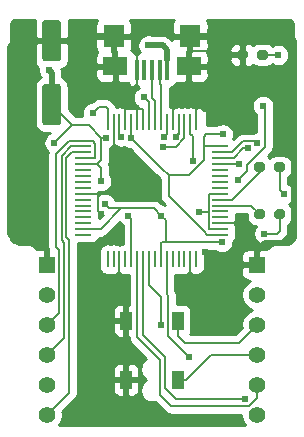
<source format=gtl>
G04 #@! TF.GenerationSoftware,KiCad,Pcbnew,(5.1.10-1-10_14)*
G04 #@! TF.CreationDate,2021-12-01T23:12:48+09:00*
G04 #@! TF.ProjectId,DBG-ESP32,4442472d-4553-4503-9332-2e6b69636164,V1.0*
G04 #@! TF.SameCoordinates,Original*
G04 #@! TF.FileFunction,Copper,L1,Top*
G04 #@! TF.FilePolarity,Positive*
%FSLAX46Y46*%
G04 Gerber Fmt 4.6, Leading zero omitted, Abs format (unit mm)*
G04 Created by KiCad (PCBNEW (5.1.10-1-10_14)) date 2021-12-01 23:12:48*
%MOMM*%
%LPD*%
G01*
G04 APERTURE LIST*
G04 #@! TA.AperFunction,SMDPad,CuDef*
%ADD10R,0.300000X1.750000*%
G04 #@! TD*
G04 #@! TA.AperFunction,SMDPad,CuDef*
%ADD11R,2.100000X1.600000*%
G04 #@! TD*
G04 #@! TA.AperFunction,ComponentPad*
%ADD12R,1.800000X1.900000*%
G04 #@! TD*
G04 #@! TA.AperFunction,ComponentPad*
%ADD13R,1.400000X1.400000*%
G04 #@! TD*
G04 #@! TA.AperFunction,ComponentPad*
%ADD14C,1.400000*%
G04 #@! TD*
G04 #@! TA.AperFunction,SMDPad,CuDef*
%ADD15R,0.150000X1.400000*%
G04 #@! TD*
G04 #@! TA.AperFunction,SMDPad,CuDef*
%ADD16R,1.400000X0.150000*%
G04 #@! TD*
G04 #@! TA.AperFunction,SMDPad,CuDef*
%ADD17R,1.000000X1.600000*%
G04 #@! TD*
G04 #@! TA.AperFunction,ViaPad*
%ADD18C,0.609600*%
G04 #@! TD*
G04 #@! TA.AperFunction,Conductor*
%ADD19C,0.203200*%
G04 #@! TD*
G04 #@! TA.AperFunction,Conductor*
%ADD20C,0.152400*%
G04 #@! TD*
G04 #@! TA.AperFunction,Conductor*
%ADD21C,0.508000*%
G04 #@! TD*
G04 #@! TA.AperFunction,Conductor*
%ADD22C,0.254000*%
G04 #@! TD*
G04 #@! TA.AperFunction,Conductor*
%ADD23C,0.100000*%
G04 #@! TD*
G04 APERTURE END LIST*
D10*
X1300000Y15225000D03*
X650000Y15225000D03*
X0Y15225000D03*
X-650000Y15225000D03*
X-1300000Y15225000D03*
D11*
X3100000Y15550000D03*
X-3100000Y15550000D03*
D12*
X3250000Y18100000D03*
X-3250000Y18100000D03*
D13*
X8890000Y-1270000D03*
D14*
X8890000Y-3810000D03*
X8890000Y-6350000D03*
X8890000Y-8890000D03*
X8890000Y-11430000D03*
X8890000Y-13970000D03*
X-8890000Y-13970000D03*
X-8890000Y-11430000D03*
X-8890000Y-8890000D03*
X-8890000Y-6350000D03*
X-8890000Y-3810000D03*
D13*
X-8890000Y-1270000D03*
D15*
X3750000Y10800000D03*
X3250000Y10800000D03*
X2750000Y10800000D03*
X2250000Y10800000D03*
X1750000Y10800000D03*
X1250000Y10800000D03*
X750000Y10800000D03*
X250000Y10800000D03*
X-250000Y10800000D03*
X-750000Y10800000D03*
X-1250000Y10800000D03*
X-1750000Y10800000D03*
X-2250000Y10800000D03*
X-2750000Y10800000D03*
X-3250000Y10800000D03*
X-3750000Y10800000D03*
D16*
X-5800000Y8750000D03*
X-5800000Y8250000D03*
X-5800000Y7750000D03*
X-5800000Y7250000D03*
X-5800000Y6750000D03*
X-5800000Y6250000D03*
X-5800000Y5750000D03*
X-5800000Y5250000D03*
X-5800000Y4750000D03*
X-5800000Y4250000D03*
X-5800000Y3750000D03*
X-5800000Y3250000D03*
X-5800000Y2750000D03*
X-5800000Y2250000D03*
X-5800000Y1750000D03*
X-5800000Y1250000D03*
D15*
X-3750000Y-800000D03*
X-3250000Y-800000D03*
X-2750000Y-800000D03*
X-2250000Y-800000D03*
X-1750000Y-800000D03*
X-1250000Y-800000D03*
X-750000Y-800000D03*
X-250000Y-800000D03*
X250000Y-800000D03*
X750000Y-800000D03*
X1250000Y-800000D03*
X1750000Y-800000D03*
X2250000Y-800000D03*
X2750000Y-800000D03*
X3250000Y-800000D03*
X3750000Y-800000D03*
D16*
X5800000Y1250000D03*
X5800000Y1750000D03*
X5800000Y2250000D03*
X5800000Y2750000D03*
X5800000Y3250000D03*
X5800000Y3750000D03*
X5800000Y4250000D03*
X5800000Y4750000D03*
X5800000Y5250000D03*
X5800000Y5750000D03*
X5800000Y6250000D03*
X5800000Y6750000D03*
X5800000Y7250000D03*
X5800000Y7750000D03*
X5800000Y8250000D03*
X5800000Y8750000D03*
D17*
X-2200000Y-11000000D03*
X2200000Y-11000000D03*
X-2200000Y-6000000D03*
X2200000Y-6000000D03*
G04 #@! TA.AperFunction,SMDPad,CuDef*
G36*
G01*
X10360000Y6810000D02*
X10360000Y7210000D01*
G75*
G02*
X10560000Y7410000I200000J0D01*
G01*
X11060000Y7410000D01*
G75*
G02*
X11260000Y7210000I0J-200000D01*
G01*
X11260000Y6810000D01*
G75*
G02*
X11060000Y6610000I-200000J0D01*
G01*
X10560000Y6610000D01*
G75*
G02*
X10360000Y6810000I0J200000D01*
G01*
G37*
G04 #@! TD.AperFunction*
G04 #@! TA.AperFunction,SMDPad,CuDef*
G36*
G01*
X8660000Y6810000D02*
X8660000Y7210000D01*
G75*
G02*
X8860000Y7410000I200000J0D01*
G01*
X9360000Y7410000D01*
G75*
G02*
X9560000Y7210000I0J-200000D01*
G01*
X9560000Y6810000D01*
G75*
G02*
X9360000Y6610000I-200000J0D01*
G01*
X8860000Y6610000D01*
G75*
G02*
X8660000Y6810000I0J200000D01*
G01*
G37*
G04 #@! TD.AperFunction*
G04 #@! TA.AperFunction,SMDPad,CuDef*
G36*
G01*
X10360000Y2820000D02*
X10360000Y3220000D01*
G75*
G02*
X10560000Y3420000I200000J0D01*
G01*
X11060000Y3420000D01*
G75*
G02*
X11260000Y3220000I0J-200000D01*
G01*
X11260000Y2820000D01*
G75*
G02*
X11060000Y2620000I-200000J0D01*
G01*
X10560000Y2620000D01*
G75*
G02*
X10360000Y2820000I0J200000D01*
G01*
G37*
G04 #@! TD.AperFunction*
G04 #@! TA.AperFunction,SMDPad,CuDef*
G36*
G01*
X8660000Y2820000D02*
X8660000Y3220000D01*
G75*
G02*
X8860000Y3420000I200000J0D01*
G01*
X9360000Y3420000D01*
G75*
G02*
X9560000Y3220000I0J-200000D01*
G01*
X9560000Y2820000D01*
G75*
G02*
X9360000Y2620000I-200000J0D01*
G01*
X8860000Y2620000D01*
G75*
G02*
X8660000Y2820000I0J200000D01*
G01*
G37*
G04 #@! TD.AperFunction*
G04 #@! TA.AperFunction,SMDPad,CuDef*
G36*
G01*
X8900000Y16300000D02*
X8900000Y16700000D01*
G75*
G02*
X9100000Y16900000I200000J0D01*
G01*
X9600000Y16900000D01*
G75*
G02*
X9800000Y16700000I0J-200000D01*
G01*
X9800000Y16300000D01*
G75*
G02*
X9600000Y16100000I-200000J0D01*
G01*
X9100000Y16100000D01*
G75*
G02*
X8900000Y16300000I0J200000D01*
G01*
G37*
G04 #@! TD.AperFunction*
G04 #@! TA.AperFunction,SMDPad,CuDef*
G36*
G01*
X7200000Y16300000D02*
X7200000Y16700000D01*
G75*
G02*
X7400000Y16900000I200000J0D01*
G01*
X7900000Y16900000D01*
G75*
G02*
X8100000Y16700000I0J-200000D01*
G01*
X8100000Y16300000D01*
G75*
G02*
X7900000Y16100000I-200000J0D01*
G01*
X7400000Y16100000D01*
G75*
G02*
X7200000Y16300000I0J200000D01*
G01*
G37*
G04 #@! TD.AperFunction*
G04 #@! TA.AperFunction,SMDPad,CuDef*
G36*
G01*
X-7950000Y15950000D02*
X-9050000Y15950000D01*
G75*
G02*
X-9300000Y16200000I0J250000D01*
G01*
X-9300000Y19200000D01*
G75*
G02*
X-9050000Y19450000I250000J0D01*
G01*
X-7950000Y19450000D01*
G75*
G02*
X-7700000Y19200000I0J-250000D01*
G01*
X-7700000Y16200000D01*
G75*
G02*
X-7950000Y15950000I-250000J0D01*
G01*
G37*
G04 #@! TD.AperFunction*
G04 #@! TA.AperFunction,SMDPad,CuDef*
G36*
G01*
X-7950000Y10550000D02*
X-9050000Y10550000D01*
G75*
G02*
X-9300000Y10800000I0J250000D01*
G01*
X-9300000Y13800000D01*
G75*
G02*
X-9050000Y14050000I250000J0D01*
G01*
X-7950000Y14050000D01*
G75*
G02*
X-7700000Y13800000I0J-250000D01*
G01*
X-7700000Y10800000D01*
G75*
G02*
X-7950000Y10550000I-250000J0D01*
G01*
G37*
G04 #@! TD.AperFunction*
D18*
X4497000Y-196100D03*
X-10150000Y5050000D03*
X-850000Y-11050000D03*
X0Y6100000D03*
X-4300000Y3000000D03*
X800000Y2900000D03*
X-3859600Y9500000D03*
X5948300Y637800D03*
X-8257900Y9063400D03*
X-4000000Y3900000D03*
X-4300000Y5800000D03*
X4000000Y3200000D03*
X-8700000Y15200000D03*
X3435200Y7486700D03*
X928300Y8741200D03*
X-689147Y12898747D03*
X2017500Y9582100D03*
X6000000Y9790400D03*
X-2000000Y2900000D03*
X-1750000Y9439300D03*
X10700000Y16500000D03*
X9500000Y1362000D03*
X11200000Y4700000D03*
X-300000Y17300000D03*
X-5000000Y11600000D03*
X7900000Y-12600000D03*
X730600Y-6373500D03*
X3142700Y-9039000D03*
X8887200Y9067100D03*
X9405900Y12205500D03*
X7250100Y5912800D03*
X7338700Y7298900D03*
X8092200Y8582800D03*
X1042200Y9587100D03*
X-2627000Y9588600D03*
D19*
X-1300000Y15225000D02*
X-1300000Y18100000D01*
X6555300Y16844700D02*
X6900000Y16500000D01*
X6900000Y16500000D02*
X7650000Y16500000D01*
X3249800Y16844700D02*
X6555300Y16844700D01*
X3100000Y15550000D02*
X3100000Y14444900D01*
X1750000Y11805100D02*
X2620500Y12675600D01*
X3100000Y13155100D02*
X3100000Y14444900D01*
X2620500Y12675600D02*
X3100000Y13155100D01*
X3250000Y18100000D02*
X3250000Y17472500D01*
X3250000Y17472500D02*
X2872300Y17850200D01*
X-3852500Y18100000D02*
X-3250000Y18100000D01*
D20*
X-2750000Y-800000D02*
X-2750000Y-2050000D01*
X3250000Y-800000D02*
X3250000Y-2050000D01*
D21*
X-2200000Y-11000000D02*
X-2200000Y-6000000D01*
D20*
X1750000Y10800000D02*
X1750000Y11805100D01*
X3750000Y10800000D02*
X3750000Y11850000D01*
D19*
X3750000Y12505100D02*
X3100000Y13155100D01*
X3750000Y11850000D02*
X3750000Y12505100D01*
D20*
X-750000Y10800000D02*
X-750000Y11950000D01*
X-1250000Y10800000D02*
X-1250000Y11950000D01*
X-2250000Y10800000D02*
X-2250000Y11950000D01*
X-3250000Y10800000D02*
X-3250000Y9794900D01*
D19*
X-1350000Y11950000D02*
X-750000Y11950000D01*
X-1300000Y12000000D02*
X-1350000Y11950000D01*
X-2250000Y11950000D02*
X-1350000Y11950000D01*
D20*
X-5800000Y4750000D02*
X-4471600Y4750000D01*
D21*
X8890000Y-1270000D02*
X8890000Y-110000D01*
X8890000Y-110000D02*
X9600000Y600000D01*
X9600000Y600000D02*
X11600000Y600000D01*
X11600000Y600000D02*
X12000000Y1000000D01*
X12000000Y1000000D02*
X12000000Y17700000D01*
X11600000Y18100000D02*
X3250000Y18100000D01*
X12000000Y17700000D02*
X11600000Y18100000D01*
X-8500000Y17700000D02*
X-6200000Y17700000D01*
X-5800000Y18100000D02*
X-3250000Y18100000D01*
X-6200000Y17700000D02*
X-5800000Y18100000D01*
X-8890000Y-10000D02*
X-8890000Y-1270000D01*
X-9500000Y600000D02*
X-8890000Y-10000D01*
X-11300000Y600000D02*
X-9500000Y600000D01*
X-11500000Y17700000D02*
X-12000000Y17200000D01*
X-12000000Y1300000D02*
X-11300000Y600000D01*
X-8500000Y17700000D02*
X-11500000Y17700000D01*
X-3250000Y18100000D02*
X-3250000Y16850000D01*
X-3100000Y16700000D02*
X-3100000Y15550000D01*
X-3250000Y16850000D02*
X-3100000Y16700000D01*
X3250000Y18100000D02*
X3250000Y16850000D01*
X3100000Y16700000D02*
X3100000Y15550000D01*
X3250000Y16850000D02*
X3100000Y16700000D01*
X-10200000Y5100000D02*
X-10150000Y5050000D01*
X-12000000Y17200000D02*
X-12000000Y5100000D01*
X-12000000Y5100000D02*
X-10200000Y5100000D01*
X-12000000Y5100000D02*
X-12000000Y1300000D01*
X3250000Y-2050000D02*
X3250000Y-2250000D01*
X3250000Y-2250000D02*
X3700000Y-2700000D01*
X3700000Y-2700000D02*
X6000000Y-2700000D01*
X7430000Y-1270000D02*
X8890000Y-1270000D01*
X6000000Y-2700000D02*
X7430000Y-1270000D01*
D20*
X5800000Y2250000D02*
X7350000Y2250000D01*
D21*
X7350000Y-1190000D02*
X7430000Y-1270000D01*
X7350000Y2250000D02*
X7350000Y-1190000D01*
X-2750000Y-2050000D02*
X-2750000Y-3950000D01*
X-2200000Y-4500000D02*
X-2200000Y-6000000D01*
X-2750000Y-3950000D02*
X-2200000Y-4500000D01*
X-900000Y-11000000D02*
X-850000Y-11050000D01*
X-2200000Y-11000000D02*
X-900000Y-11000000D01*
D19*
X-1300000Y15225000D02*
X-1300000Y14000000D01*
X-2250000Y13050000D02*
X-2250000Y11950000D01*
X-1300000Y14000000D02*
X-2250000Y13050000D01*
X-3550000Y4750000D02*
X-4471600Y4750000D01*
X-3250000Y5050000D02*
X-3550000Y4750000D01*
X-3250000Y9794900D02*
X-3250000Y5050000D01*
X-4609601Y3309601D02*
X-4300000Y3000000D01*
X-4609601Y4611999D02*
X-4609601Y3309601D01*
X-4471600Y4750000D02*
X-4609601Y4611999D01*
X1182700Y637800D02*
X1182700Y2517300D01*
X1182700Y2517300D02*
X800000Y2900000D01*
X1182700Y637800D02*
X5948300Y637800D01*
X-6760600Y10560700D02*
X-8257900Y9063400D01*
X-8500000Y12300000D02*
X-6760600Y10560700D01*
D20*
X750000Y-800000D02*
X750000Y550000D01*
D19*
X837800Y637800D02*
X750000Y550000D01*
X1182700Y637800D02*
X837800Y637800D01*
D20*
X-5800000Y7250000D02*
X-4675800Y7250000D01*
X-5800000Y1750000D02*
X-4550000Y1750000D01*
D19*
X190399Y3509601D02*
X-2590399Y3509601D01*
X800000Y2900000D02*
X190399Y3509601D01*
X-4350000Y1750000D02*
X-4550000Y1750000D01*
X-2590399Y3509601D02*
X-4350000Y1750000D01*
X-3609601Y3509601D02*
X-4000000Y3900000D01*
X-2590399Y3509601D02*
X-3609601Y3509601D01*
X-4300000Y5800000D02*
X-4300000Y6900000D01*
X-4650000Y7250000D02*
X-4675800Y7250000D01*
X-4300000Y6900000D02*
X-4650000Y7250000D01*
D20*
X5800000Y1750000D02*
X4794900Y1750000D01*
X5800000Y4750000D02*
X4794900Y4750000D01*
D19*
X4000000Y3200000D02*
X4789800Y3200000D01*
X4789800Y3200000D02*
X4794900Y3194900D01*
X4794900Y3194900D02*
X4794900Y1750000D01*
X4794900Y4750000D02*
X4794900Y3194900D01*
X-4650000Y7250000D02*
X-4300000Y7600000D01*
X-4300000Y7600000D02*
X-4300000Y9500000D01*
X-5360700Y10560700D02*
X-6760600Y10560700D01*
X-4300000Y9500000D02*
X-5360700Y10560700D01*
X-3859600Y9500000D02*
X-4300000Y9500000D01*
D21*
X-8500000Y15000000D02*
X-8700000Y15200000D01*
X-8500000Y12300000D02*
X-8500000Y15000000D01*
D19*
X3435200Y7486700D02*
X3435200Y9609700D01*
D20*
X3250000Y9794900D02*
X3435200Y9609700D01*
X3250000Y10800000D02*
X3250000Y9794900D01*
D19*
X2064500Y8741200D02*
X2750000Y9426700D01*
X928300Y8741200D02*
X2064500Y8741200D01*
D20*
X2750000Y10800000D02*
X2750000Y9426700D01*
X-250000Y10800000D02*
X-250000Y11950000D01*
D19*
X-250000Y12491550D02*
X-657197Y12898747D01*
X-657197Y12898747D02*
X-689147Y12898747D01*
X-250000Y11950000D02*
X-250000Y12491550D01*
X2230300Y9794900D02*
X2017500Y9582100D01*
D20*
X2250000Y9814600D02*
X2230300Y9794900D01*
X2250000Y10800000D02*
X2250000Y9814600D01*
D19*
X4384800Y8784800D02*
X4384800Y9584800D01*
X4419600Y8750000D02*
X4384800Y8784800D01*
X4384800Y9584800D02*
X4590400Y9790400D01*
X4590400Y9790400D02*
X6000000Y9790400D01*
X-1750000Y2650000D02*
X-2000000Y2900000D01*
X4384800Y1557500D02*
X4692300Y1250000D01*
D20*
X-1750000Y10800000D02*
X-1750000Y9439300D01*
X-1750000Y-800000D02*
X-1750000Y450000D01*
D19*
X-1750000Y2650000D02*
X-1750000Y450000D01*
D20*
X5800000Y1250000D02*
X4692300Y1250000D01*
X5800000Y8750000D02*
X4419600Y8750000D01*
D19*
X846500Y6853500D02*
X835800Y6853500D01*
X835800Y6853500D02*
X-1750000Y9439300D01*
X1400000Y6300000D02*
X846500Y6853500D01*
X1400000Y4542300D02*
X4384800Y1557500D01*
X1400000Y6300000D02*
X1400000Y4542300D01*
X4419600Y7568890D02*
X4419600Y8750000D01*
X3150710Y6300000D02*
X4419600Y7568890D01*
X1400000Y6300000D02*
X3150710Y6300000D01*
X8890000Y-6350000D02*
X7340000Y-7900000D01*
X7340000Y-7900000D02*
X2800000Y-7900000D01*
X2200000Y-7300000D02*
X2200000Y-6000000D01*
X2800000Y-7900000D02*
X2200000Y-7300000D01*
X8890000Y-8890000D02*
X5010000Y-8890000D01*
X2900000Y-11000000D02*
X2200000Y-11000000D01*
X5010000Y-8890000D02*
X2900000Y-11000000D01*
X9350000Y16500000D02*
X10700000Y16500000D01*
X9500000Y1362000D02*
X10562000Y1362000D01*
X10810000Y1610000D02*
X10810000Y3020000D01*
X10562000Y1362000D02*
X10810000Y1610000D01*
X9110000Y3020000D02*
X8380000Y3750000D01*
D20*
X5800000Y3750000D02*
X6850000Y3750000D01*
D19*
X8380000Y3750000D02*
X6850000Y3750000D01*
X10810000Y7010000D02*
X10810000Y5090000D01*
X10810000Y5090000D02*
X11200000Y4700000D01*
X9110000Y6554900D02*
X9110000Y7010000D01*
X6805100Y4250000D02*
X9110000Y6554900D01*
D20*
X5800000Y4250000D02*
X6805100Y4250000D01*
D19*
X0Y12816300D02*
X0Y15225000D01*
X250000Y12566300D02*
X0Y12816300D01*
D20*
X250000Y10800000D02*
X250000Y11950000D01*
D19*
X250000Y12566300D02*
X250000Y11950000D01*
X750000Y13944900D02*
X650000Y14044900D01*
X650000Y15225000D02*
X650000Y14044900D01*
D20*
X750000Y10800000D02*
X750000Y11950000D01*
D19*
X750000Y13944900D02*
X750000Y11950000D01*
D21*
X900000Y17300000D02*
X1300000Y16900000D01*
X-300000Y17300000D02*
X900000Y17300000D01*
D19*
X1300000Y15225000D02*
X1300000Y16100000D01*
D21*
X1300000Y16900000D02*
X1300000Y16100000D01*
D19*
X-4794900Y8954200D02*
X-4794900Y7750000D01*
X-5035500Y9194800D02*
X-4794900Y8954200D01*
X-7010900Y9194800D02*
X-5035500Y9194800D01*
X-8117200Y8088500D02*
X-7010900Y9194800D01*
X-8117200Y246600D02*
X-8117200Y8088500D01*
X-7877000Y6400D02*
X-8117200Y246600D01*
X-7877000Y-5337000D02*
X-7877000Y6400D01*
X-8890000Y-6350000D02*
X-7877000Y-5337000D01*
D20*
X-5800000Y7750000D02*
X-4794900Y7750000D01*
D19*
X-7425400Y-7425400D02*
X-8890000Y-8890000D01*
X-7425400Y606600D02*
X-7425400Y-7425400D01*
X-7654200Y835400D02*
X-7425400Y606600D01*
X-7654200Y7976200D02*
X-7654200Y835400D01*
X-6880400Y8750000D02*
X-7654200Y7976200D01*
D20*
X-5800000Y8750000D02*
X-6880400Y8750000D01*
X-3750000Y10800000D02*
X-3750000Y11950000D01*
D19*
X-3900000Y12100000D02*
X-3750000Y11950000D01*
X-4500000Y12100000D02*
X-3900000Y12100000D01*
X-5000000Y11600000D02*
X-4500000Y12100000D01*
X-7247400Y7807700D02*
X-6805100Y8250000D01*
X-7247400Y1073300D02*
X-7247400Y7807700D01*
X-7018600Y844500D02*
X-7247400Y1073300D01*
X-7018600Y-12098600D02*
X-7018600Y844500D01*
X-8890000Y-13970000D02*
X-7018600Y-12098600D01*
D20*
X-5800000Y8250000D02*
X-6805100Y8250000D01*
X-750000Y-800000D02*
X-750000Y-2081010D01*
D19*
X-750000Y-5350000D02*
X-750000Y-2081010D01*
X-750000Y-7250000D02*
X-750000Y-5350000D01*
X1086211Y-9086211D02*
X-750000Y-7250000D01*
X2000000Y-12600000D02*
X1086211Y-11686211D01*
X1086211Y-11686211D02*
X1086211Y-9086211D01*
X7900000Y-12600000D02*
X2000000Y-12600000D01*
X8890000Y-12512210D02*
X8192609Y-13209601D01*
X8890000Y-11430000D02*
X8890000Y-12512210D01*
D20*
X-1250000Y-800000D02*
X-1250000Y-2050000D01*
D19*
X-1250000Y-7407700D02*
X-1250000Y-2050000D01*
X679801Y-9337501D02*
X679801Y-12279801D01*
X-1250000Y-7407700D02*
X679801Y-9337501D01*
X1609601Y-13209601D02*
X8192609Y-13209601D01*
X679801Y-12279801D02*
X1609601Y-13209601D01*
X730600Y-3973300D02*
X730600Y-6373500D01*
X-250000Y-2992700D02*
X730600Y-3973300D01*
D20*
X-250000Y-800000D02*
X-250000Y-2050000D01*
D19*
X-250000Y-2050000D02*
X-250000Y-2992700D01*
X1369800Y-7266100D02*
X3142700Y-9039000D01*
D20*
X1250000Y-800000D02*
X1250000Y-2050000D01*
D19*
X1369800Y-3869800D02*
X1369800Y-7266100D01*
X1250000Y-3750000D02*
X1369800Y-3869800D01*
X1250000Y-2050000D02*
X1250000Y-3750000D01*
X7747800Y9192700D02*
X6805100Y8250000D01*
X8761600Y9192700D02*
X7747800Y9192700D01*
X8887200Y9067100D02*
X8761600Y9192700D01*
D20*
X5800000Y8250000D02*
X6805100Y8250000D01*
D19*
X8026200Y6688900D02*
X7250100Y5912800D01*
X8026200Y7184700D02*
X8026200Y6688900D01*
X9555100Y8713600D02*
X8026200Y7184700D01*
X9555100Y12056300D02*
X9555100Y8713600D01*
X9405900Y12205500D02*
X9555100Y12056300D01*
D20*
X7289800Y7250000D02*
X7338700Y7298900D01*
X5800000Y7250000D02*
X7289800Y7250000D01*
D19*
X7744100Y8582800D02*
X6911300Y7750000D01*
X8092200Y8582800D02*
X7744100Y8582800D01*
D20*
X5800000Y7750000D02*
X6911300Y7750000D01*
X1250000Y9794900D02*
X1042200Y9587100D01*
X1250000Y10800000D02*
X1250000Y9794900D01*
X-2750000Y9711600D02*
X-2627000Y9588600D01*
X-2750000Y10800000D02*
X-2750000Y9711600D01*
D22*
X-2729990Y2300913D02*
X-2599087Y2170010D01*
X-2486600Y2094848D01*
X-2486599Y514553D01*
X-2498477Y510949D01*
X-2524890Y520164D01*
X-2591250Y535000D01*
X-2750000Y376250D01*
X-2908750Y535000D01*
X-2975110Y520164D01*
X-3001523Y510949D01*
X-3050518Y525812D01*
X-3175000Y538072D01*
X-3325000Y538072D01*
X-3449482Y525812D01*
X-3500000Y510488D01*
X-3550518Y525812D01*
X-3675000Y538072D01*
X-3825000Y538072D01*
X-3949482Y525812D01*
X-4069180Y489502D01*
X-4179494Y430537D01*
X-4276185Y351185D01*
X-4355537Y254494D01*
X-4414502Y144180D01*
X-4450812Y24482D01*
X-4463072Y-100000D01*
X-4463072Y-1500000D01*
X-4450812Y-1624482D01*
X-4414502Y-1744180D01*
X-4355537Y-1854494D01*
X-4276185Y-1951185D01*
X-4179494Y-2030537D01*
X-4069180Y-2089502D01*
X-3949482Y-2125812D01*
X-3825000Y-2138072D01*
X-3675000Y-2138072D01*
X-3550518Y-2125812D01*
X-3500000Y-2110488D01*
X-3449482Y-2125812D01*
X-3325000Y-2138072D01*
X-3175000Y-2138072D01*
X-3050518Y-2125812D01*
X-3001523Y-2110949D01*
X-2975110Y-2120164D01*
X-2908750Y-2135000D01*
X-2750000Y-1976250D01*
X-2591250Y-2135000D01*
X-2524890Y-2120164D01*
X-2498477Y-2110949D01*
X-2449482Y-2125812D01*
X-2325000Y-2138072D01*
X-2175000Y-2138072D01*
X-2050518Y-2125812D01*
X-2000000Y-2110488D01*
X-1986599Y-2114553D01*
X-1986599Y-4637349D01*
X-2073000Y-4723750D01*
X-2073000Y-5873000D01*
X-2053000Y-5873000D01*
X-2053000Y-6127000D01*
X-2073000Y-6127000D01*
X-2073000Y-7276250D01*
X-1986600Y-7362650D01*
X-1986600Y-7371517D01*
X-1990164Y-7407700D01*
X-1986600Y-7443883D01*
X-1986600Y-7443885D01*
X-1975942Y-7552098D01*
X-1933822Y-7690948D01*
X-1865424Y-7818912D01*
X-1773375Y-7931074D01*
X-1745268Y-7954141D01*
X-488033Y-9211377D01*
X-643837Y-9315482D01*
X-784518Y-9456163D01*
X-895050Y-9621586D01*
X-971186Y-9805394D01*
X-1010000Y-10000524D01*
X-1010000Y-10199476D01*
X-971186Y-10394606D01*
X-895050Y-10578414D01*
X-784518Y-10743837D01*
X-643837Y-10884518D01*
X-478414Y-10995050D01*
X-466464Y-11000000D01*
X-478414Y-11004950D01*
X-643837Y-11115482D01*
X-784518Y-11256163D01*
X-895050Y-11421586D01*
X-971186Y-11605394D01*
X-1010000Y-11800524D01*
X-1010000Y-11999476D01*
X-971186Y-12194606D01*
X-895050Y-12378414D01*
X-784518Y-12543837D01*
X-643837Y-12684518D01*
X-478414Y-12795050D01*
X-294606Y-12871186D01*
X-99476Y-12910000D01*
X99476Y-12910000D01*
X240283Y-12881992D01*
X1063160Y-13704870D01*
X1086226Y-13732976D01*
X1198388Y-13825025D01*
X1326352Y-13893423D01*
X1465199Y-13935542D01*
X1465202Y-13935543D01*
X1609601Y-13949765D01*
X1645787Y-13946201D01*
X7555000Y-13946201D01*
X7555000Y-14101486D01*
X7606304Y-14359405D01*
X7706939Y-14602359D01*
X7853038Y-14821013D01*
X7872025Y-14840000D01*
X-7872025Y-14840000D01*
X-7853038Y-14821013D01*
X-7706939Y-14602359D01*
X-7606304Y-14359405D01*
X-7555000Y-14101486D01*
X-7555000Y-13838514D01*
X-7581845Y-13703555D01*
X-6523327Y-12645037D01*
X-6495226Y-12621975D01*
X-6472163Y-12593873D01*
X-6472158Y-12593868D01*
X-6403177Y-12509814D01*
X-6403175Y-12509812D01*
X-6334778Y-12381849D01*
X-6292658Y-12242999D01*
X-6282000Y-12134786D01*
X-6282000Y-12134777D01*
X-6278437Y-12098601D01*
X-6282000Y-12062425D01*
X-6282000Y-11800000D01*
X-3338072Y-11800000D01*
X-3325812Y-11924482D01*
X-3289502Y-12044180D01*
X-3230537Y-12154494D01*
X-3151185Y-12251185D01*
X-3054494Y-12330537D01*
X-2944180Y-12389502D01*
X-2824482Y-12425812D01*
X-2700000Y-12438072D01*
X-2485750Y-12435000D01*
X-2327000Y-12276250D01*
X-2327000Y-11127000D01*
X-2073000Y-11127000D01*
X-2073000Y-12276250D01*
X-1914250Y-12435000D01*
X-1700000Y-12438072D01*
X-1575518Y-12425812D01*
X-1455820Y-12389502D01*
X-1345506Y-12330537D01*
X-1248815Y-12251185D01*
X-1169463Y-12154494D01*
X-1110498Y-12044180D01*
X-1074188Y-11924482D01*
X-1061928Y-11800000D01*
X-1065000Y-11285750D01*
X-1223750Y-11127000D01*
X-2073000Y-11127000D01*
X-2327000Y-11127000D01*
X-3176250Y-11127000D01*
X-3335000Y-11285750D01*
X-3338072Y-11800000D01*
X-6282000Y-11800000D01*
X-6282000Y-10200000D01*
X-3338072Y-10200000D01*
X-3335000Y-10714250D01*
X-3176250Y-10873000D01*
X-2327000Y-10873000D01*
X-2327000Y-9723750D01*
X-2073000Y-9723750D01*
X-2073000Y-10873000D01*
X-1223750Y-10873000D01*
X-1065000Y-10714250D01*
X-1061928Y-10200000D01*
X-1074188Y-10075518D01*
X-1110498Y-9955820D01*
X-1169463Y-9845506D01*
X-1248815Y-9748815D01*
X-1345506Y-9669463D01*
X-1455820Y-9610498D01*
X-1575518Y-9574188D01*
X-1700000Y-9561928D01*
X-1914250Y-9565000D01*
X-2073000Y-9723750D01*
X-2327000Y-9723750D01*
X-2485750Y-9565000D01*
X-2700000Y-9561928D01*
X-2824482Y-9574188D01*
X-2944180Y-9610498D01*
X-3054494Y-9669463D01*
X-3151185Y-9748815D01*
X-3230537Y-9845506D01*
X-3289502Y-9955820D01*
X-3325812Y-10075518D01*
X-3338072Y-10200000D01*
X-6282000Y-10200000D01*
X-6282000Y-6800000D01*
X-3338072Y-6800000D01*
X-3325812Y-6924482D01*
X-3289502Y-7044180D01*
X-3230537Y-7154494D01*
X-3151185Y-7251185D01*
X-3054494Y-7330537D01*
X-2944180Y-7389502D01*
X-2824482Y-7425812D01*
X-2700000Y-7438072D01*
X-2485750Y-7435000D01*
X-2327000Y-7276250D01*
X-2327000Y-6127000D01*
X-3176250Y-6127000D01*
X-3335000Y-6285750D01*
X-3338072Y-6800000D01*
X-6282000Y-6800000D01*
X-6282000Y-5200000D01*
X-3338072Y-5200000D01*
X-3335000Y-5714250D01*
X-3176250Y-5873000D01*
X-2327000Y-5873000D01*
X-2327000Y-4723750D01*
X-2485750Y-4565000D01*
X-2700000Y-4561928D01*
X-2824482Y-4574188D01*
X-2944180Y-4610498D01*
X-3054494Y-4669463D01*
X-3151185Y-4748815D01*
X-3230537Y-4845506D01*
X-3289502Y-4955820D01*
X-3325812Y-5075518D01*
X-3338072Y-5200000D01*
X-6282000Y-5200000D01*
X-6282000Y536928D01*
X-5100000Y536928D01*
X-4975518Y549188D01*
X-4855820Y585498D01*
X-4745506Y644463D01*
X-4648815Y723815D01*
X-4569463Y820506D01*
X-4510498Y930820D01*
X-4485448Y1013400D01*
X-4386183Y1013400D01*
X-4350000Y1009836D01*
X-4313817Y1013400D01*
X-4313814Y1013400D01*
X-4205601Y1024058D01*
X-4066751Y1066178D01*
X-3938787Y1134576D01*
X-3826625Y1226625D01*
X-3803555Y1254736D01*
X-2740960Y2317330D01*
X-2729990Y2300913D01*
G04 #@! TA.AperFunction,Conductor*
D23*
G36*
X-2729990Y2300913D02*
G01*
X-2599087Y2170010D01*
X-2486600Y2094848D01*
X-2486599Y514553D01*
X-2498477Y510949D01*
X-2524890Y520164D01*
X-2591250Y535000D01*
X-2750000Y376250D01*
X-2908750Y535000D01*
X-2975110Y520164D01*
X-3001523Y510949D01*
X-3050518Y525812D01*
X-3175000Y538072D01*
X-3325000Y538072D01*
X-3449482Y525812D01*
X-3500000Y510488D01*
X-3550518Y525812D01*
X-3675000Y538072D01*
X-3825000Y538072D01*
X-3949482Y525812D01*
X-4069180Y489502D01*
X-4179494Y430537D01*
X-4276185Y351185D01*
X-4355537Y254494D01*
X-4414502Y144180D01*
X-4450812Y24482D01*
X-4463072Y-100000D01*
X-4463072Y-1500000D01*
X-4450812Y-1624482D01*
X-4414502Y-1744180D01*
X-4355537Y-1854494D01*
X-4276185Y-1951185D01*
X-4179494Y-2030537D01*
X-4069180Y-2089502D01*
X-3949482Y-2125812D01*
X-3825000Y-2138072D01*
X-3675000Y-2138072D01*
X-3550518Y-2125812D01*
X-3500000Y-2110488D01*
X-3449482Y-2125812D01*
X-3325000Y-2138072D01*
X-3175000Y-2138072D01*
X-3050518Y-2125812D01*
X-3001523Y-2110949D01*
X-2975110Y-2120164D01*
X-2908750Y-2135000D01*
X-2750000Y-1976250D01*
X-2591250Y-2135000D01*
X-2524890Y-2120164D01*
X-2498477Y-2110949D01*
X-2449482Y-2125812D01*
X-2325000Y-2138072D01*
X-2175000Y-2138072D01*
X-2050518Y-2125812D01*
X-2000000Y-2110488D01*
X-1986599Y-2114553D01*
X-1986599Y-4637349D01*
X-2073000Y-4723750D01*
X-2073000Y-5873000D01*
X-2053000Y-5873000D01*
X-2053000Y-6127000D01*
X-2073000Y-6127000D01*
X-2073000Y-7276250D01*
X-1986600Y-7362650D01*
X-1986600Y-7371517D01*
X-1990164Y-7407700D01*
X-1986600Y-7443883D01*
X-1986600Y-7443885D01*
X-1975942Y-7552098D01*
X-1933822Y-7690948D01*
X-1865424Y-7818912D01*
X-1773375Y-7931074D01*
X-1745268Y-7954141D01*
X-488033Y-9211377D01*
X-643837Y-9315482D01*
X-784518Y-9456163D01*
X-895050Y-9621586D01*
X-971186Y-9805394D01*
X-1010000Y-10000524D01*
X-1010000Y-10199476D01*
X-971186Y-10394606D01*
X-895050Y-10578414D01*
X-784518Y-10743837D01*
X-643837Y-10884518D01*
X-478414Y-10995050D01*
X-466464Y-11000000D01*
X-478414Y-11004950D01*
X-643837Y-11115482D01*
X-784518Y-11256163D01*
X-895050Y-11421586D01*
X-971186Y-11605394D01*
X-1010000Y-11800524D01*
X-1010000Y-11999476D01*
X-971186Y-12194606D01*
X-895050Y-12378414D01*
X-784518Y-12543837D01*
X-643837Y-12684518D01*
X-478414Y-12795050D01*
X-294606Y-12871186D01*
X-99476Y-12910000D01*
X99476Y-12910000D01*
X240283Y-12881992D01*
X1063160Y-13704870D01*
X1086226Y-13732976D01*
X1198388Y-13825025D01*
X1326352Y-13893423D01*
X1465199Y-13935542D01*
X1465202Y-13935543D01*
X1609601Y-13949765D01*
X1645787Y-13946201D01*
X7555000Y-13946201D01*
X7555000Y-14101486D01*
X7606304Y-14359405D01*
X7706939Y-14602359D01*
X7853038Y-14821013D01*
X7872025Y-14840000D01*
X-7872025Y-14840000D01*
X-7853038Y-14821013D01*
X-7706939Y-14602359D01*
X-7606304Y-14359405D01*
X-7555000Y-14101486D01*
X-7555000Y-13838514D01*
X-7581845Y-13703555D01*
X-6523327Y-12645037D01*
X-6495226Y-12621975D01*
X-6472163Y-12593873D01*
X-6472158Y-12593868D01*
X-6403177Y-12509814D01*
X-6403175Y-12509812D01*
X-6334778Y-12381849D01*
X-6292658Y-12242999D01*
X-6282000Y-12134786D01*
X-6282000Y-12134777D01*
X-6278437Y-12098601D01*
X-6282000Y-12062425D01*
X-6282000Y-11800000D01*
X-3338072Y-11800000D01*
X-3325812Y-11924482D01*
X-3289502Y-12044180D01*
X-3230537Y-12154494D01*
X-3151185Y-12251185D01*
X-3054494Y-12330537D01*
X-2944180Y-12389502D01*
X-2824482Y-12425812D01*
X-2700000Y-12438072D01*
X-2485750Y-12435000D01*
X-2327000Y-12276250D01*
X-2327000Y-11127000D01*
X-2073000Y-11127000D01*
X-2073000Y-12276250D01*
X-1914250Y-12435000D01*
X-1700000Y-12438072D01*
X-1575518Y-12425812D01*
X-1455820Y-12389502D01*
X-1345506Y-12330537D01*
X-1248815Y-12251185D01*
X-1169463Y-12154494D01*
X-1110498Y-12044180D01*
X-1074188Y-11924482D01*
X-1061928Y-11800000D01*
X-1065000Y-11285750D01*
X-1223750Y-11127000D01*
X-2073000Y-11127000D01*
X-2327000Y-11127000D01*
X-3176250Y-11127000D01*
X-3335000Y-11285750D01*
X-3338072Y-11800000D01*
X-6282000Y-11800000D01*
X-6282000Y-10200000D01*
X-3338072Y-10200000D01*
X-3335000Y-10714250D01*
X-3176250Y-10873000D01*
X-2327000Y-10873000D01*
X-2327000Y-9723750D01*
X-2073000Y-9723750D01*
X-2073000Y-10873000D01*
X-1223750Y-10873000D01*
X-1065000Y-10714250D01*
X-1061928Y-10200000D01*
X-1074188Y-10075518D01*
X-1110498Y-9955820D01*
X-1169463Y-9845506D01*
X-1248815Y-9748815D01*
X-1345506Y-9669463D01*
X-1455820Y-9610498D01*
X-1575518Y-9574188D01*
X-1700000Y-9561928D01*
X-1914250Y-9565000D01*
X-2073000Y-9723750D01*
X-2327000Y-9723750D01*
X-2485750Y-9565000D01*
X-2700000Y-9561928D01*
X-2824482Y-9574188D01*
X-2944180Y-9610498D01*
X-3054494Y-9669463D01*
X-3151185Y-9748815D01*
X-3230537Y-9845506D01*
X-3289502Y-9955820D01*
X-3325812Y-10075518D01*
X-3338072Y-10200000D01*
X-6282000Y-10200000D01*
X-6282000Y-6800000D01*
X-3338072Y-6800000D01*
X-3325812Y-6924482D01*
X-3289502Y-7044180D01*
X-3230537Y-7154494D01*
X-3151185Y-7251185D01*
X-3054494Y-7330537D01*
X-2944180Y-7389502D01*
X-2824482Y-7425812D01*
X-2700000Y-7438072D01*
X-2485750Y-7435000D01*
X-2327000Y-7276250D01*
X-2327000Y-6127000D01*
X-3176250Y-6127000D01*
X-3335000Y-6285750D01*
X-3338072Y-6800000D01*
X-6282000Y-6800000D01*
X-6282000Y-5200000D01*
X-3338072Y-5200000D01*
X-3335000Y-5714250D01*
X-3176250Y-5873000D01*
X-2327000Y-5873000D01*
X-2327000Y-4723750D01*
X-2485750Y-4565000D01*
X-2700000Y-4561928D01*
X-2824482Y-4574188D01*
X-2944180Y-4610498D01*
X-3054494Y-4669463D01*
X-3151185Y-4748815D01*
X-3230537Y-4845506D01*
X-3289502Y-4955820D01*
X-3325812Y-5075518D01*
X-3338072Y-5200000D01*
X-6282000Y-5200000D01*
X-6282000Y536928D01*
X-5100000Y536928D01*
X-4975518Y549188D01*
X-4855820Y585498D01*
X-4745506Y644463D01*
X-4648815Y723815D01*
X-4569463Y820506D01*
X-4510498Y930820D01*
X-4485448Y1013400D01*
X-4386183Y1013400D01*
X-4350000Y1009836D01*
X-4313817Y1013400D01*
X-4313814Y1013400D01*
X-4205601Y1024058D01*
X-4066751Y1066178D01*
X-3938787Y1134576D01*
X-3826625Y1226625D01*
X-3803555Y1254736D01*
X-2740960Y2317330D01*
X-2729990Y2300913D01*
G37*
G04 #@! TD.AperFunction*
D22*
X11940001Y1032289D02*
X11930420Y934576D01*
X11911420Y871643D01*
X11880554Y813594D01*
X11839011Y762657D01*
X11788356Y720752D01*
X11730529Y689485D01*
X11667728Y670044D01*
X11572165Y660000D01*
X10967581Y660000D01*
X10939326Y657217D01*
X10933199Y657260D01*
X10924028Y656360D01*
X10729931Y635959D01*
X10671348Y623934D01*
X10612577Y612723D01*
X10603755Y610059D01*
X10417317Y552347D01*
X10362162Y529162D01*
X10306709Y506758D01*
X10298573Y502432D01*
X10126896Y409607D01*
X10077278Y376139D01*
X10027247Y343400D01*
X10020106Y337576D01*
X9869728Y213172D01*
X9827589Y170737D01*
X9784839Y128874D01*
X9778966Y121773D01*
X9723050Y53213D01*
X9714482Y55812D01*
X9590000Y68072D01*
X9175750Y65000D01*
X9017000Y-93750D01*
X9017000Y-1143000D01*
X9037000Y-1143000D01*
X9037000Y-1397000D01*
X9017000Y-1397000D01*
X9017000Y-1417000D01*
X8763000Y-1417000D01*
X8763000Y-1397000D01*
X7713750Y-1397000D01*
X7555000Y-1555750D01*
X7551928Y-1970000D01*
X7564188Y-2094482D01*
X7600498Y-2214180D01*
X7659463Y-2324494D01*
X7738815Y-2421185D01*
X7835506Y-2500537D01*
X7945820Y-2559502D01*
X8065518Y-2595812D01*
X8190000Y-2608072D01*
X8305253Y-2607217D01*
X8257641Y-2626939D01*
X8038987Y-2773038D01*
X7853038Y-2958987D01*
X7706939Y-3177641D01*
X7606304Y-3420595D01*
X7555000Y-3678514D01*
X7555000Y-3941486D01*
X7606304Y-4199405D01*
X7706939Y-4442359D01*
X7853038Y-4661013D01*
X8038987Y-4846962D01*
X8257641Y-4993061D01*
X8467530Y-5080000D01*
X8257641Y-5166939D01*
X8038987Y-5313038D01*
X7853038Y-5498987D01*
X7706939Y-5717641D01*
X7606304Y-5960595D01*
X7555000Y-6218514D01*
X7555000Y-6481486D01*
X7581845Y-6616445D01*
X7034891Y-7163400D01*
X3223228Y-7163400D01*
X3230537Y-7154494D01*
X3289502Y-7044180D01*
X3325812Y-6924482D01*
X3338072Y-6800000D01*
X3338072Y-5200000D01*
X3325812Y-5075518D01*
X3289502Y-4955820D01*
X3230537Y-4845506D01*
X3151185Y-4748815D01*
X3054494Y-4669463D01*
X2944180Y-4610498D01*
X2824482Y-4574188D01*
X2700000Y-4561928D01*
X2106400Y-4561928D01*
X2106400Y-3905986D01*
X2109964Y-3869800D01*
X2095742Y-3725402D01*
X2095742Y-3725401D01*
X2053622Y-3586551D01*
X1986600Y-3461161D01*
X1986600Y-2114552D01*
X2000000Y-2110488D01*
X2050518Y-2125812D01*
X2175000Y-2138072D01*
X2325000Y-2138072D01*
X2449482Y-2125812D01*
X2500000Y-2110488D01*
X2550518Y-2125812D01*
X2675000Y-2138072D01*
X2825000Y-2138072D01*
X2949482Y-2125812D01*
X2998477Y-2110949D01*
X3024890Y-2120164D01*
X3091250Y-2135000D01*
X3250000Y-1976250D01*
X3408750Y-2135000D01*
X3475110Y-2120164D01*
X3501523Y-2110949D01*
X3550518Y-2125812D01*
X3675000Y-2138072D01*
X3825000Y-2138072D01*
X3949482Y-2125812D01*
X4069180Y-2089502D01*
X4179494Y-2030537D01*
X4276185Y-1951185D01*
X4355537Y-1854494D01*
X4414502Y-1744180D01*
X4450812Y-1624482D01*
X4463072Y-1500000D01*
X4463072Y-570000D01*
X7551928Y-570000D01*
X7555000Y-984250D01*
X7713750Y-1143000D01*
X8763000Y-1143000D01*
X8763000Y-93750D01*
X8604250Y65000D01*
X8190000Y68072D01*
X8065518Y55812D01*
X7945820Y19502D01*
X7835506Y-39463D01*
X7738815Y-118815D01*
X7659463Y-215506D01*
X7600498Y-325820D01*
X7564188Y-445518D01*
X7551928Y-570000D01*
X4463072Y-570000D01*
X4463072Y-100000D01*
X4462954Y-98800D01*
X5359106Y-98800D01*
X5503138Y-195040D01*
X5674171Y-265884D01*
X5855738Y-302000D01*
X6040862Y-302000D01*
X6222429Y-265884D01*
X6393462Y-195040D01*
X6547387Y-92190D01*
X6678290Y38713D01*
X6781140Y192638D01*
X6851984Y363671D01*
X6888100Y545238D01*
X6888100Y672043D01*
X6951185Y723815D01*
X7030537Y820506D01*
X7089502Y930820D01*
X7125812Y1050518D01*
X7138072Y1175000D01*
X7138072Y1325000D01*
X7125812Y1449482D01*
X7110488Y1500000D01*
X7125812Y1550518D01*
X7138072Y1675000D01*
X7138072Y1825000D01*
X7125812Y1949482D01*
X7110949Y1998477D01*
X7120164Y2024890D01*
X7135000Y2091250D01*
X6976250Y2250000D01*
X7135000Y2408750D01*
X7120164Y2475110D01*
X7110949Y2501523D01*
X7125812Y2550518D01*
X7138072Y2675000D01*
X7138072Y2825000D01*
X7125812Y2949482D01*
X7110488Y3000000D01*
X7114552Y3013400D01*
X8021928Y3013400D01*
X8021928Y2820000D01*
X8038031Y2656500D01*
X8085722Y2499284D01*
X8163169Y2354392D01*
X8267394Y2227394D01*
X8394392Y2123169D01*
X8539284Y2045722D01*
X8696500Y1998031D01*
X8797051Y1988128D01*
X8770010Y1961087D01*
X8667160Y1807162D01*
X8596316Y1636129D01*
X8560200Y1454562D01*
X8560200Y1269438D01*
X8596316Y1087871D01*
X8667160Y916838D01*
X8770010Y762913D01*
X8900913Y632010D01*
X9054838Y529160D01*
X9225871Y458316D01*
X9407438Y422200D01*
X9592562Y422200D01*
X9774129Y458316D01*
X9945162Y529160D01*
X10089194Y625400D01*
X10525817Y625400D01*
X10562000Y621836D01*
X10598183Y625400D01*
X10598186Y625400D01*
X10706399Y636058D01*
X10845249Y678178D01*
X10973213Y746576D01*
X11085375Y838625D01*
X11108446Y866737D01*
X11305268Y1063559D01*
X11333374Y1086625D01*
X11425424Y1198787D01*
X11493822Y1326751D01*
X11535942Y1465601D01*
X11546600Y1573814D01*
X11546600Y1573815D01*
X11550164Y1610000D01*
X11546600Y1646186D01*
X11546600Y2140397D01*
X11652606Y2227394D01*
X11756831Y2354392D01*
X11834278Y2499284D01*
X11881969Y2656500D01*
X11898072Y2820000D01*
X11898072Y3220000D01*
X11881969Y3383500D01*
X11834278Y3540716D01*
X11756831Y3685608D01*
X11652606Y3812606D01*
X11605932Y3850910D01*
X11645162Y3867160D01*
X11799087Y3970010D01*
X11929990Y4100913D01*
X11940001Y4115895D01*
X11940001Y1032289D01*
G04 #@! TA.AperFunction,Conductor*
D23*
G36*
X11940001Y1032289D02*
G01*
X11930420Y934576D01*
X11911420Y871643D01*
X11880554Y813594D01*
X11839011Y762657D01*
X11788356Y720752D01*
X11730529Y689485D01*
X11667728Y670044D01*
X11572165Y660000D01*
X10967581Y660000D01*
X10939326Y657217D01*
X10933199Y657260D01*
X10924028Y656360D01*
X10729931Y635959D01*
X10671348Y623934D01*
X10612577Y612723D01*
X10603755Y610059D01*
X10417317Y552347D01*
X10362162Y529162D01*
X10306709Y506758D01*
X10298573Y502432D01*
X10126896Y409607D01*
X10077278Y376139D01*
X10027247Y343400D01*
X10020106Y337576D01*
X9869728Y213172D01*
X9827589Y170737D01*
X9784839Y128874D01*
X9778966Y121773D01*
X9723050Y53213D01*
X9714482Y55812D01*
X9590000Y68072D01*
X9175750Y65000D01*
X9017000Y-93750D01*
X9017000Y-1143000D01*
X9037000Y-1143000D01*
X9037000Y-1397000D01*
X9017000Y-1397000D01*
X9017000Y-1417000D01*
X8763000Y-1417000D01*
X8763000Y-1397000D01*
X7713750Y-1397000D01*
X7555000Y-1555750D01*
X7551928Y-1970000D01*
X7564188Y-2094482D01*
X7600498Y-2214180D01*
X7659463Y-2324494D01*
X7738815Y-2421185D01*
X7835506Y-2500537D01*
X7945820Y-2559502D01*
X8065518Y-2595812D01*
X8190000Y-2608072D01*
X8305253Y-2607217D01*
X8257641Y-2626939D01*
X8038987Y-2773038D01*
X7853038Y-2958987D01*
X7706939Y-3177641D01*
X7606304Y-3420595D01*
X7555000Y-3678514D01*
X7555000Y-3941486D01*
X7606304Y-4199405D01*
X7706939Y-4442359D01*
X7853038Y-4661013D01*
X8038987Y-4846962D01*
X8257641Y-4993061D01*
X8467530Y-5080000D01*
X8257641Y-5166939D01*
X8038987Y-5313038D01*
X7853038Y-5498987D01*
X7706939Y-5717641D01*
X7606304Y-5960595D01*
X7555000Y-6218514D01*
X7555000Y-6481486D01*
X7581845Y-6616445D01*
X7034891Y-7163400D01*
X3223228Y-7163400D01*
X3230537Y-7154494D01*
X3289502Y-7044180D01*
X3325812Y-6924482D01*
X3338072Y-6800000D01*
X3338072Y-5200000D01*
X3325812Y-5075518D01*
X3289502Y-4955820D01*
X3230537Y-4845506D01*
X3151185Y-4748815D01*
X3054494Y-4669463D01*
X2944180Y-4610498D01*
X2824482Y-4574188D01*
X2700000Y-4561928D01*
X2106400Y-4561928D01*
X2106400Y-3905986D01*
X2109964Y-3869800D01*
X2095742Y-3725402D01*
X2095742Y-3725401D01*
X2053622Y-3586551D01*
X1986600Y-3461161D01*
X1986600Y-2114552D01*
X2000000Y-2110488D01*
X2050518Y-2125812D01*
X2175000Y-2138072D01*
X2325000Y-2138072D01*
X2449482Y-2125812D01*
X2500000Y-2110488D01*
X2550518Y-2125812D01*
X2675000Y-2138072D01*
X2825000Y-2138072D01*
X2949482Y-2125812D01*
X2998477Y-2110949D01*
X3024890Y-2120164D01*
X3091250Y-2135000D01*
X3250000Y-1976250D01*
X3408750Y-2135000D01*
X3475110Y-2120164D01*
X3501523Y-2110949D01*
X3550518Y-2125812D01*
X3675000Y-2138072D01*
X3825000Y-2138072D01*
X3949482Y-2125812D01*
X4069180Y-2089502D01*
X4179494Y-2030537D01*
X4276185Y-1951185D01*
X4355537Y-1854494D01*
X4414502Y-1744180D01*
X4450812Y-1624482D01*
X4463072Y-1500000D01*
X4463072Y-570000D01*
X7551928Y-570000D01*
X7555000Y-984250D01*
X7713750Y-1143000D01*
X8763000Y-1143000D01*
X8763000Y-93750D01*
X8604250Y65000D01*
X8190000Y68072D01*
X8065518Y55812D01*
X7945820Y19502D01*
X7835506Y-39463D01*
X7738815Y-118815D01*
X7659463Y-215506D01*
X7600498Y-325820D01*
X7564188Y-445518D01*
X7551928Y-570000D01*
X4463072Y-570000D01*
X4463072Y-100000D01*
X4462954Y-98800D01*
X5359106Y-98800D01*
X5503138Y-195040D01*
X5674171Y-265884D01*
X5855738Y-302000D01*
X6040862Y-302000D01*
X6222429Y-265884D01*
X6393462Y-195040D01*
X6547387Y-92190D01*
X6678290Y38713D01*
X6781140Y192638D01*
X6851984Y363671D01*
X6888100Y545238D01*
X6888100Y672043D01*
X6951185Y723815D01*
X7030537Y820506D01*
X7089502Y930820D01*
X7125812Y1050518D01*
X7138072Y1175000D01*
X7138072Y1325000D01*
X7125812Y1449482D01*
X7110488Y1500000D01*
X7125812Y1550518D01*
X7138072Y1675000D01*
X7138072Y1825000D01*
X7125812Y1949482D01*
X7110949Y1998477D01*
X7120164Y2024890D01*
X7135000Y2091250D01*
X6976250Y2250000D01*
X7135000Y2408750D01*
X7120164Y2475110D01*
X7110949Y2501523D01*
X7125812Y2550518D01*
X7138072Y2675000D01*
X7138072Y2825000D01*
X7125812Y2949482D01*
X7110488Y3000000D01*
X7114552Y3013400D01*
X8021928Y3013400D01*
X8021928Y2820000D01*
X8038031Y2656500D01*
X8085722Y2499284D01*
X8163169Y2354392D01*
X8267394Y2227394D01*
X8394392Y2123169D01*
X8539284Y2045722D01*
X8696500Y1998031D01*
X8797051Y1988128D01*
X8770010Y1961087D01*
X8667160Y1807162D01*
X8596316Y1636129D01*
X8560200Y1454562D01*
X8560200Y1269438D01*
X8596316Y1087871D01*
X8667160Y916838D01*
X8770010Y762913D01*
X8900913Y632010D01*
X9054838Y529160D01*
X9225871Y458316D01*
X9407438Y422200D01*
X9592562Y422200D01*
X9774129Y458316D01*
X9945162Y529160D01*
X10089194Y625400D01*
X10525817Y625400D01*
X10562000Y621836D01*
X10598183Y625400D01*
X10598186Y625400D01*
X10706399Y636058D01*
X10845249Y678178D01*
X10973213Y746576D01*
X11085375Y838625D01*
X11108446Y866737D01*
X11305268Y1063559D01*
X11333374Y1086625D01*
X11425424Y1198787D01*
X11493822Y1326751D01*
X11535942Y1465601D01*
X11546600Y1573814D01*
X11546600Y1573815D01*
X11550164Y1610000D01*
X11546600Y1646186D01*
X11546600Y2140397D01*
X11652606Y2227394D01*
X11756831Y2354392D01*
X11834278Y2499284D01*
X11881969Y2656500D01*
X11898072Y2820000D01*
X11898072Y3220000D01*
X11881969Y3383500D01*
X11834278Y3540716D01*
X11756831Y3685608D01*
X11652606Y3812606D01*
X11605932Y3850910D01*
X11645162Y3867160D01*
X11799087Y3970010D01*
X11929990Y4100913D01*
X11940001Y4115895D01*
X11940001Y1032289D01*
G37*
G04 #@! TD.AperFunction*
D22*
X-9935000Y17985750D02*
X-9776250Y17827000D01*
X-8627000Y17827000D01*
X-8627000Y17847000D01*
X-8373000Y17847000D01*
X-8373000Y17827000D01*
X-7223750Y17827000D01*
X-7065000Y17985750D01*
X-7061949Y19440000D01*
X-4651398Y19440000D01*
X-4680537Y19404494D01*
X-4739502Y19294180D01*
X-4775812Y19174482D01*
X-4788072Y19050000D01*
X-4785000Y18385750D01*
X-4626250Y18227000D01*
X-3377000Y18227000D01*
X-3377000Y18247000D01*
X-3123000Y18247000D01*
X-3123000Y18227000D01*
X-1873750Y18227000D01*
X-1715000Y18385750D01*
X-1711928Y19050000D01*
X-1724188Y19174482D01*
X-1760498Y19294180D01*
X-1819463Y19404494D01*
X-1848602Y19440000D01*
X1848602Y19440000D01*
X1819463Y19404494D01*
X1760498Y19294180D01*
X1724188Y19174482D01*
X1711928Y19050000D01*
X1715000Y18385750D01*
X1873750Y18227000D01*
X3123000Y18227000D01*
X3123000Y18247000D01*
X3377000Y18247000D01*
X3377000Y18227000D01*
X4626250Y18227000D01*
X4785000Y18385750D01*
X4788072Y19050000D01*
X4775812Y19174482D01*
X4739502Y19294180D01*
X4680537Y19404494D01*
X4651398Y19440000D01*
X11567721Y19440000D01*
X11665424Y19430420D01*
X11728356Y19411420D01*
X11786405Y19380555D01*
X11837343Y19339011D01*
X11879248Y19288356D01*
X11910515Y19230529D01*
X11929956Y19167728D01*
X11940000Y19072165D01*
X11940001Y5284105D01*
X11929990Y5299087D01*
X11799087Y5429990D01*
X11645162Y5532840D01*
X11546600Y5573666D01*
X11546600Y6130397D01*
X11652606Y6217394D01*
X11756831Y6344392D01*
X11834278Y6489284D01*
X11881969Y6646500D01*
X11898072Y6810000D01*
X11898072Y7210000D01*
X11881969Y7373500D01*
X11834278Y7530716D01*
X11756831Y7675608D01*
X11652606Y7802606D01*
X11525608Y7906831D01*
X11380716Y7984278D01*
X11223500Y8031969D01*
X11060000Y8048072D01*
X10560000Y8048072D01*
X10396500Y8031969D01*
X10239284Y7984278D01*
X10094392Y7906831D01*
X9967394Y7802606D01*
X9960000Y7793596D01*
X9952606Y7802606D01*
X9825608Y7906831D01*
X9802430Y7919220D01*
X10050369Y8167159D01*
X10078475Y8190225D01*
X10118258Y8238700D01*
X10144255Y8270378D01*
X10170524Y8302387D01*
X10238922Y8430351D01*
X10281042Y8569201D01*
X10291700Y8677414D01*
X10291700Y8677423D01*
X10295263Y8713599D01*
X10291700Y8749775D01*
X10291700Y11888195D01*
X10309584Y11931371D01*
X10345700Y12112938D01*
X10345700Y12298062D01*
X10309584Y12479629D01*
X10238740Y12650662D01*
X10135890Y12804587D01*
X10004987Y12935490D01*
X9851062Y13038340D01*
X9680029Y13109184D01*
X9498462Y13145300D01*
X9313338Y13145300D01*
X9131771Y13109184D01*
X8960738Y13038340D01*
X8806813Y12935490D01*
X8675910Y12804587D01*
X8573060Y12650662D01*
X8502216Y12479629D01*
X8466100Y12298062D01*
X8466100Y12112938D01*
X8502216Y11931371D01*
X8573060Y11760338D01*
X8675910Y11606413D01*
X8806813Y11475510D01*
X8818500Y11467701D01*
X8818501Y10006900D01*
X8794638Y10006900D01*
X8613071Y9970784D01*
X8512919Y9929300D01*
X7783975Y9929300D01*
X7747799Y9932863D01*
X7711623Y9929300D01*
X7711614Y9929300D01*
X7603401Y9918642D01*
X7464551Y9876522D01*
X7336587Y9808124D01*
X7224425Y9716075D01*
X7201359Y9687969D01*
X6862421Y9349031D01*
X6854494Y9355537D01*
X6840258Y9363146D01*
X6903684Y9516271D01*
X6939800Y9697838D01*
X6939800Y9882962D01*
X6903684Y10064529D01*
X6832840Y10235562D01*
X6729990Y10389487D01*
X6599087Y10520390D01*
X6445162Y10623240D01*
X6274129Y10694084D01*
X6092562Y10730200D01*
X5907438Y10730200D01*
X5725871Y10694084D01*
X5554838Y10623240D01*
X5410806Y10527000D01*
X4627000Y10527000D01*
X4627000Y11700000D01*
X4624560Y11724776D01*
X4617333Y11748601D01*
X4605597Y11770557D01*
X4589803Y11789803D01*
X4570557Y11805597D01*
X4548601Y11817333D01*
X4524776Y11824560D01*
X4500000Y11827000D01*
X4372262Y11827000D01*
X4369666Y11832378D01*
X4294356Y11932251D01*
X4201010Y12015512D01*
X4093213Y12078962D01*
X3975110Y12120164D01*
X3908750Y12135000D01*
X3750000Y11976250D01*
X3591250Y12135000D01*
X3524890Y12120164D01*
X3498477Y12110949D01*
X3449482Y12125812D01*
X3325000Y12138072D01*
X3175000Y12138072D01*
X3050518Y12125812D01*
X3000000Y12110488D01*
X2949482Y12125812D01*
X2825000Y12138072D01*
X2675000Y12138072D01*
X2550518Y12125812D01*
X2500000Y12110488D01*
X2449482Y12125812D01*
X2325000Y12138072D01*
X2175000Y12138072D01*
X2050518Y12125812D01*
X2001523Y12110949D01*
X1975110Y12120164D01*
X1908750Y12135000D01*
X1750000Y11976250D01*
X1591250Y12135000D01*
X1524890Y12120164D01*
X1498477Y12110949D01*
X1486600Y12114552D01*
X1486600Y13715533D01*
X1574482Y13724188D01*
X1694180Y13760498D01*
X1804494Y13819463D01*
X1901185Y13898815D01*
X1980537Y13995506D01*
X2039502Y14105820D01*
X2041606Y14112755D01*
X2050000Y14111928D01*
X2814250Y14115000D01*
X2973000Y14273750D01*
X2973000Y15423000D01*
X3227000Y15423000D01*
X3227000Y14273750D01*
X3385750Y14115000D01*
X4150000Y14111928D01*
X4274482Y14124188D01*
X4394180Y14160498D01*
X4504494Y14219463D01*
X4601185Y14298815D01*
X4680537Y14395506D01*
X4739502Y14505820D01*
X4775812Y14625518D01*
X4788072Y14750000D01*
X4785000Y15264250D01*
X4626250Y15423000D01*
X3227000Y15423000D01*
X2973000Y15423000D01*
X2953000Y15423000D01*
X2953000Y15677000D01*
X2973000Y15677000D01*
X2973000Y15697000D01*
X3227000Y15697000D01*
X3227000Y15677000D01*
X4626250Y15677000D01*
X4785000Y15835750D01*
X4786578Y16100000D01*
X6561928Y16100000D01*
X6574188Y15975518D01*
X6610498Y15855820D01*
X6669463Y15745506D01*
X6748815Y15648815D01*
X6845506Y15569463D01*
X6955820Y15510498D01*
X7075518Y15474188D01*
X7200000Y15461928D01*
X7364250Y15465000D01*
X7523000Y15623750D01*
X7523000Y16373000D01*
X6723750Y16373000D01*
X6565000Y16214250D01*
X6561928Y16100000D01*
X4786578Y16100000D01*
X4788072Y16350000D01*
X4775812Y16474482D01*
X4739502Y16594180D01*
X4680537Y16704494D01*
X4643191Y16750000D01*
X4680537Y16795506D01*
X4736391Y16900000D01*
X6561928Y16900000D01*
X6565000Y16785750D01*
X6723750Y16627000D01*
X7523000Y16627000D01*
X7523000Y17376250D01*
X7777000Y17376250D01*
X7777000Y16627000D01*
X7797000Y16627000D01*
X7797000Y16373000D01*
X7777000Y16373000D01*
X7777000Y15623750D01*
X7935750Y15465000D01*
X8100000Y15461928D01*
X8224482Y15474188D01*
X8344180Y15510498D01*
X8454494Y15569463D01*
X8551185Y15648815D01*
X8562288Y15662344D01*
X8634392Y15603169D01*
X8779284Y15525722D01*
X8936500Y15478031D01*
X9100000Y15461928D01*
X9600000Y15461928D01*
X9763500Y15478031D01*
X9920716Y15525722D01*
X10065608Y15603169D01*
X10192606Y15707394D01*
X10193321Y15708265D01*
X10254838Y15667160D01*
X10425871Y15596316D01*
X10607438Y15560200D01*
X10792562Y15560200D01*
X10974129Y15596316D01*
X11145162Y15667160D01*
X11299087Y15770010D01*
X11429990Y15900913D01*
X11532840Y16054838D01*
X11603684Y16225871D01*
X11639800Y16407438D01*
X11639800Y16592562D01*
X11603684Y16774129D01*
X11532840Y16945162D01*
X11429990Y17099087D01*
X11299087Y17229990D01*
X11145162Y17332840D01*
X10974129Y17403684D01*
X10792562Y17439800D01*
X10607438Y17439800D01*
X10425871Y17403684D01*
X10254838Y17332840D01*
X10193321Y17291735D01*
X10192606Y17292606D01*
X10065608Y17396831D01*
X9920716Y17474278D01*
X9763500Y17521969D01*
X9600000Y17538072D01*
X9100000Y17538072D01*
X8936500Y17521969D01*
X8779284Y17474278D01*
X8634392Y17396831D01*
X8562288Y17337656D01*
X8551185Y17351185D01*
X8454494Y17430537D01*
X8344180Y17489502D01*
X8224482Y17525812D01*
X8100000Y17538072D01*
X7935750Y17535000D01*
X7777000Y17376250D01*
X7523000Y17376250D01*
X7364250Y17535000D01*
X7200000Y17538072D01*
X7075518Y17525812D01*
X6955820Y17489502D01*
X6845506Y17430537D01*
X6748815Y17351185D01*
X6669463Y17254494D01*
X6610498Y17144180D01*
X6574188Y17024482D01*
X6561928Y16900000D01*
X4736391Y16900000D01*
X4739502Y16905820D01*
X4775812Y17025518D01*
X4788072Y17150000D01*
X4785000Y17814250D01*
X4626250Y17973000D01*
X3377000Y17973000D01*
X3377000Y17953000D01*
X3123000Y17953000D01*
X3123000Y17973000D01*
X1873750Y17973000D01*
X1715000Y17814250D01*
X1714668Y17742566D01*
X1559499Y17897735D01*
X1531659Y17931659D01*
X1396291Y18042753D01*
X1241851Y18125303D01*
X1074274Y18176136D01*
X943667Y18189000D01*
X943660Y18189000D01*
X900000Y18193300D01*
X856340Y18189000D01*
X9579Y18189000D01*
X-25871Y18203684D01*
X-207438Y18239800D01*
X-392562Y18239800D01*
X-574129Y18203684D01*
X-745162Y18132840D01*
X-899087Y18029990D01*
X-1029990Y17899087D01*
X-1132840Y17745162D01*
X-1203684Y17574129D01*
X-1239800Y17392562D01*
X-1239800Y17207438D01*
X-1203684Y17025871D01*
X-1132840Y16854838D01*
X-1047680Y16727387D01*
X-1118250Y16735000D01*
X-1277000Y16576250D01*
X-1277000Y16519729D01*
X-1323000Y16463678D01*
X-1323000Y16576250D01*
X-1481750Y16735000D01*
X-1539395Y16728781D01*
X-1598815Y16801185D01*
X-1695506Y16880537D01*
X-1758030Y16913957D01*
X-1724188Y17025518D01*
X-1711928Y17150000D01*
X-1715000Y17814250D01*
X-1873750Y17973000D01*
X-3123000Y17973000D01*
X-3123000Y17953000D01*
X-3377000Y17953000D01*
X-3377000Y17973000D01*
X-4626250Y17973000D01*
X-4785000Y17814250D01*
X-4788072Y17150000D01*
X-4775812Y17025518D01*
X-4739502Y16905820D01*
X-4680537Y16795506D01*
X-4643191Y16750000D01*
X-4680537Y16704494D01*
X-4739502Y16594180D01*
X-4775812Y16474482D01*
X-4788072Y16350000D01*
X-4785000Y15835750D01*
X-4626250Y15677000D01*
X-3227000Y15677000D01*
X-3227000Y15697000D01*
X-2973000Y15697000D01*
X-2973000Y15677000D01*
X-2953000Y15677000D01*
X-2953000Y15423000D01*
X-2973000Y15423000D01*
X-2973000Y14273750D01*
X-2814250Y14115000D01*
X-2050000Y14111928D01*
X-2042187Y14112697D01*
X-1985209Y14002600D01*
X-1907151Y13904861D01*
X-1811524Y13824228D01*
X-1702005Y13763801D01*
X-1582801Y13725901D01*
X-1481750Y13715000D01*
X-1323000Y13873750D01*
X-1323000Y13986322D01*
X-1277000Y13930271D01*
X-1277000Y13873750D01*
X-1134626Y13731376D01*
X-1288234Y13628737D01*
X-1419137Y13497834D01*
X-1521987Y13343909D01*
X-1592831Y13172876D01*
X-1628947Y12991309D01*
X-1628947Y12806185D01*
X-1592831Y12624618D01*
X-1521987Y12453585D01*
X-1419137Y12299660D01*
X-1288234Y12168757D01*
X-1149915Y12076335D01*
X-1250000Y11976250D01*
X-1408750Y12135000D01*
X-1475110Y12120164D01*
X-1501523Y12110949D01*
X-1550518Y12125812D01*
X-1675000Y12138072D01*
X-1825000Y12138072D01*
X-1949482Y12125812D01*
X-1998477Y12110949D01*
X-2024890Y12120164D01*
X-2091250Y12135000D01*
X-2250000Y11976250D01*
X-2408750Y12135000D01*
X-2475110Y12120164D01*
X-2501523Y12110949D01*
X-2550518Y12125812D01*
X-2675000Y12138072D01*
X-2825000Y12138072D01*
X-2949482Y12125812D01*
X-2998477Y12110949D01*
X-3024890Y12120164D01*
X-3032383Y12121839D01*
X-3066178Y12233247D01*
X-3134577Y12361213D01*
X-3203558Y12445267D01*
X-3353554Y12595263D01*
X-3376625Y12623375D01*
X-3488787Y12715424D01*
X-3616751Y12783822D01*
X-3755601Y12825942D01*
X-3863814Y12836600D01*
X-3863817Y12836600D01*
X-3900000Y12840164D01*
X-3936183Y12836600D01*
X-4463814Y12836600D01*
X-4500000Y12840164D01*
X-4536186Y12836600D01*
X-4644399Y12825942D01*
X-4783249Y12783822D01*
X-4911213Y12715424D01*
X-5023375Y12623375D01*
X-5046441Y12595268D01*
X-5104231Y12537479D01*
X-5274129Y12503684D01*
X-5445162Y12432840D01*
X-5599087Y12329990D01*
X-5729990Y12199087D01*
X-5832840Y12045162D01*
X-5903684Y11874129D01*
X-5939800Y11692562D01*
X-5939800Y11507438D01*
X-5903684Y11325871D01*
X-5891850Y11297300D01*
X-6455503Y11297300D01*
X-7061928Y11903690D01*
X-7061928Y13800000D01*
X-7078992Y13973254D01*
X-7129528Y14139850D01*
X-7211595Y14293386D01*
X-7322038Y14427962D01*
X-7456614Y14538405D01*
X-7610150Y14620472D01*
X-7611000Y14620730D01*
X-7611000Y14750000D01*
X-4788072Y14750000D01*
X-4775812Y14625518D01*
X-4739502Y14505820D01*
X-4680537Y14395506D01*
X-4601185Y14298815D01*
X-4504494Y14219463D01*
X-4394180Y14160498D01*
X-4274482Y14124188D01*
X-4150000Y14111928D01*
X-3385750Y14115000D01*
X-3227000Y14273750D01*
X-3227000Y15423000D01*
X-4626250Y15423000D01*
X-4785000Y15264250D01*
X-4788072Y14750000D01*
X-7611000Y14750000D01*
X-7611000Y14956340D01*
X-7606700Y15000000D01*
X-7611000Y15043660D01*
X-7611000Y15043667D01*
X-7623864Y15174274D01*
X-7628274Y15188814D01*
X-7650228Y15261186D01*
X-7666617Y15315216D01*
X-7575518Y15324188D01*
X-7455820Y15360498D01*
X-7345506Y15419463D01*
X-7248815Y15498815D01*
X-7169463Y15595506D01*
X-7110498Y15705820D01*
X-7074188Y15825518D01*
X-7061928Y15950000D01*
X-7065000Y17414250D01*
X-7223750Y17573000D01*
X-8373000Y17573000D01*
X-8373000Y17553000D01*
X-8627000Y17553000D01*
X-8627000Y17573000D01*
X-9776250Y17573000D01*
X-9935000Y17414250D01*
X-9938072Y15950000D01*
X-9925812Y15825518D01*
X-9889502Y15705820D01*
X-9830537Y15595506D01*
X-9751185Y15498815D01*
X-9654494Y15419463D01*
X-9618396Y15400168D01*
X-9639800Y15292562D01*
X-9639800Y15107438D01*
X-9603684Y14925871D01*
X-9532840Y14754838D01*
X-9429990Y14600913D01*
X-9428754Y14599677D01*
X-9543386Y14538405D01*
X-9677962Y14427962D01*
X-9788405Y14293386D01*
X-9870472Y14139850D01*
X-9921008Y13973254D01*
X-9938072Y13800000D01*
X-9938072Y10800000D01*
X-9921008Y10626746D01*
X-9870472Y10460150D01*
X-9788405Y10306614D01*
X-9677962Y10172038D01*
X-9543386Y10061595D01*
X-9389850Y9979528D01*
X-9223254Y9928992D01*
X-9050000Y9911928D01*
X-8665188Y9911928D01*
X-8703062Y9896240D01*
X-8856987Y9793390D01*
X-8987890Y9662487D01*
X-9090740Y9508562D01*
X-9161584Y9337529D01*
X-9197700Y9155962D01*
X-9197700Y8970838D01*
X-9161584Y8789271D01*
X-9090740Y8618238D01*
X-8987890Y8464313D01*
X-8856987Y8333410D01*
X-8820123Y8308778D01*
X-8843141Y8232898D01*
X-8857364Y8088500D01*
X-8853799Y8052307D01*
X-8853800Y282783D01*
X-8857364Y246600D01*
X-8853800Y210417D01*
X-8853800Y210415D01*
X-8843142Y102202D01*
X-8801022Y-36648D01*
X-8763000Y-107782D01*
X-8763000Y-1143000D01*
X-8743000Y-1143000D01*
X-8743000Y-1397000D01*
X-8763000Y-1397000D01*
X-8763000Y-1417000D01*
X-9017000Y-1417000D01*
X-9017000Y-1397000D01*
X-9037000Y-1397000D01*
X-9037000Y-1143000D01*
X-9017000Y-1143000D01*
X-9017000Y-93750D01*
X-9175750Y65000D01*
X-9590000Y68072D01*
X-9714482Y55812D01*
X-9723073Y53206D01*
X-9786828Y130272D01*
X-9829263Y172411D01*
X-9871126Y215161D01*
X-9878227Y221034D01*
X-10029469Y344384D01*
X-10079262Y377466D01*
X-10128651Y411284D01*
X-10136757Y415667D01*
X-10309079Y507292D01*
X-10364394Y530091D01*
X-10419366Y553652D01*
X-10428169Y556377D01*
X-10615005Y612786D01*
X-10673693Y624406D01*
X-10732196Y636842D01*
X-10741361Y637805D01*
X-10935595Y656850D01*
X-10935598Y656850D01*
X-10967581Y660000D01*
X-11567721Y660000D01*
X-11665424Y669580D01*
X-11728357Y688580D01*
X-11786406Y719446D01*
X-11837343Y760989D01*
X-11879248Y811644D01*
X-11910515Y869471D01*
X-11929956Y932272D01*
X-11940000Y1027835D01*
X-11940000Y19067721D01*
X-11930420Y19165424D01*
X-11911420Y19228356D01*
X-11880555Y19286405D01*
X-11839011Y19337343D01*
X-11788356Y19379248D01*
X-11730529Y19410515D01*
X-11667728Y19429956D01*
X-11572165Y19440000D01*
X-9938051Y19440000D01*
X-9935000Y17985750D01*
G04 #@! TA.AperFunction,Conductor*
D23*
G36*
X-9935000Y17985750D02*
G01*
X-9776250Y17827000D01*
X-8627000Y17827000D01*
X-8627000Y17847000D01*
X-8373000Y17847000D01*
X-8373000Y17827000D01*
X-7223750Y17827000D01*
X-7065000Y17985750D01*
X-7061949Y19440000D01*
X-4651398Y19440000D01*
X-4680537Y19404494D01*
X-4739502Y19294180D01*
X-4775812Y19174482D01*
X-4788072Y19050000D01*
X-4785000Y18385750D01*
X-4626250Y18227000D01*
X-3377000Y18227000D01*
X-3377000Y18247000D01*
X-3123000Y18247000D01*
X-3123000Y18227000D01*
X-1873750Y18227000D01*
X-1715000Y18385750D01*
X-1711928Y19050000D01*
X-1724188Y19174482D01*
X-1760498Y19294180D01*
X-1819463Y19404494D01*
X-1848602Y19440000D01*
X1848602Y19440000D01*
X1819463Y19404494D01*
X1760498Y19294180D01*
X1724188Y19174482D01*
X1711928Y19050000D01*
X1715000Y18385750D01*
X1873750Y18227000D01*
X3123000Y18227000D01*
X3123000Y18247000D01*
X3377000Y18247000D01*
X3377000Y18227000D01*
X4626250Y18227000D01*
X4785000Y18385750D01*
X4788072Y19050000D01*
X4775812Y19174482D01*
X4739502Y19294180D01*
X4680537Y19404494D01*
X4651398Y19440000D01*
X11567721Y19440000D01*
X11665424Y19430420D01*
X11728356Y19411420D01*
X11786405Y19380555D01*
X11837343Y19339011D01*
X11879248Y19288356D01*
X11910515Y19230529D01*
X11929956Y19167728D01*
X11940000Y19072165D01*
X11940001Y5284105D01*
X11929990Y5299087D01*
X11799087Y5429990D01*
X11645162Y5532840D01*
X11546600Y5573666D01*
X11546600Y6130397D01*
X11652606Y6217394D01*
X11756831Y6344392D01*
X11834278Y6489284D01*
X11881969Y6646500D01*
X11898072Y6810000D01*
X11898072Y7210000D01*
X11881969Y7373500D01*
X11834278Y7530716D01*
X11756831Y7675608D01*
X11652606Y7802606D01*
X11525608Y7906831D01*
X11380716Y7984278D01*
X11223500Y8031969D01*
X11060000Y8048072D01*
X10560000Y8048072D01*
X10396500Y8031969D01*
X10239284Y7984278D01*
X10094392Y7906831D01*
X9967394Y7802606D01*
X9960000Y7793596D01*
X9952606Y7802606D01*
X9825608Y7906831D01*
X9802430Y7919220D01*
X10050369Y8167159D01*
X10078475Y8190225D01*
X10118258Y8238700D01*
X10144255Y8270378D01*
X10170524Y8302387D01*
X10238922Y8430351D01*
X10281042Y8569201D01*
X10291700Y8677414D01*
X10291700Y8677423D01*
X10295263Y8713599D01*
X10291700Y8749775D01*
X10291700Y11888195D01*
X10309584Y11931371D01*
X10345700Y12112938D01*
X10345700Y12298062D01*
X10309584Y12479629D01*
X10238740Y12650662D01*
X10135890Y12804587D01*
X10004987Y12935490D01*
X9851062Y13038340D01*
X9680029Y13109184D01*
X9498462Y13145300D01*
X9313338Y13145300D01*
X9131771Y13109184D01*
X8960738Y13038340D01*
X8806813Y12935490D01*
X8675910Y12804587D01*
X8573060Y12650662D01*
X8502216Y12479629D01*
X8466100Y12298062D01*
X8466100Y12112938D01*
X8502216Y11931371D01*
X8573060Y11760338D01*
X8675910Y11606413D01*
X8806813Y11475510D01*
X8818500Y11467701D01*
X8818501Y10006900D01*
X8794638Y10006900D01*
X8613071Y9970784D01*
X8512919Y9929300D01*
X7783975Y9929300D01*
X7747799Y9932863D01*
X7711623Y9929300D01*
X7711614Y9929300D01*
X7603401Y9918642D01*
X7464551Y9876522D01*
X7336587Y9808124D01*
X7224425Y9716075D01*
X7201359Y9687969D01*
X6862421Y9349031D01*
X6854494Y9355537D01*
X6840258Y9363146D01*
X6903684Y9516271D01*
X6939800Y9697838D01*
X6939800Y9882962D01*
X6903684Y10064529D01*
X6832840Y10235562D01*
X6729990Y10389487D01*
X6599087Y10520390D01*
X6445162Y10623240D01*
X6274129Y10694084D01*
X6092562Y10730200D01*
X5907438Y10730200D01*
X5725871Y10694084D01*
X5554838Y10623240D01*
X5410806Y10527000D01*
X4627000Y10527000D01*
X4627000Y11700000D01*
X4624560Y11724776D01*
X4617333Y11748601D01*
X4605597Y11770557D01*
X4589803Y11789803D01*
X4570557Y11805597D01*
X4548601Y11817333D01*
X4524776Y11824560D01*
X4500000Y11827000D01*
X4372262Y11827000D01*
X4369666Y11832378D01*
X4294356Y11932251D01*
X4201010Y12015512D01*
X4093213Y12078962D01*
X3975110Y12120164D01*
X3908750Y12135000D01*
X3750000Y11976250D01*
X3591250Y12135000D01*
X3524890Y12120164D01*
X3498477Y12110949D01*
X3449482Y12125812D01*
X3325000Y12138072D01*
X3175000Y12138072D01*
X3050518Y12125812D01*
X3000000Y12110488D01*
X2949482Y12125812D01*
X2825000Y12138072D01*
X2675000Y12138072D01*
X2550518Y12125812D01*
X2500000Y12110488D01*
X2449482Y12125812D01*
X2325000Y12138072D01*
X2175000Y12138072D01*
X2050518Y12125812D01*
X2001523Y12110949D01*
X1975110Y12120164D01*
X1908750Y12135000D01*
X1750000Y11976250D01*
X1591250Y12135000D01*
X1524890Y12120164D01*
X1498477Y12110949D01*
X1486600Y12114552D01*
X1486600Y13715533D01*
X1574482Y13724188D01*
X1694180Y13760498D01*
X1804494Y13819463D01*
X1901185Y13898815D01*
X1980537Y13995506D01*
X2039502Y14105820D01*
X2041606Y14112755D01*
X2050000Y14111928D01*
X2814250Y14115000D01*
X2973000Y14273750D01*
X2973000Y15423000D01*
X3227000Y15423000D01*
X3227000Y14273750D01*
X3385750Y14115000D01*
X4150000Y14111928D01*
X4274482Y14124188D01*
X4394180Y14160498D01*
X4504494Y14219463D01*
X4601185Y14298815D01*
X4680537Y14395506D01*
X4739502Y14505820D01*
X4775812Y14625518D01*
X4788072Y14750000D01*
X4785000Y15264250D01*
X4626250Y15423000D01*
X3227000Y15423000D01*
X2973000Y15423000D01*
X2953000Y15423000D01*
X2953000Y15677000D01*
X2973000Y15677000D01*
X2973000Y15697000D01*
X3227000Y15697000D01*
X3227000Y15677000D01*
X4626250Y15677000D01*
X4785000Y15835750D01*
X4786578Y16100000D01*
X6561928Y16100000D01*
X6574188Y15975518D01*
X6610498Y15855820D01*
X6669463Y15745506D01*
X6748815Y15648815D01*
X6845506Y15569463D01*
X6955820Y15510498D01*
X7075518Y15474188D01*
X7200000Y15461928D01*
X7364250Y15465000D01*
X7523000Y15623750D01*
X7523000Y16373000D01*
X6723750Y16373000D01*
X6565000Y16214250D01*
X6561928Y16100000D01*
X4786578Y16100000D01*
X4788072Y16350000D01*
X4775812Y16474482D01*
X4739502Y16594180D01*
X4680537Y16704494D01*
X4643191Y16750000D01*
X4680537Y16795506D01*
X4736391Y16900000D01*
X6561928Y16900000D01*
X6565000Y16785750D01*
X6723750Y16627000D01*
X7523000Y16627000D01*
X7523000Y17376250D01*
X7777000Y17376250D01*
X7777000Y16627000D01*
X7797000Y16627000D01*
X7797000Y16373000D01*
X7777000Y16373000D01*
X7777000Y15623750D01*
X7935750Y15465000D01*
X8100000Y15461928D01*
X8224482Y15474188D01*
X8344180Y15510498D01*
X8454494Y15569463D01*
X8551185Y15648815D01*
X8562288Y15662344D01*
X8634392Y15603169D01*
X8779284Y15525722D01*
X8936500Y15478031D01*
X9100000Y15461928D01*
X9600000Y15461928D01*
X9763500Y15478031D01*
X9920716Y15525722D01*
X10065608Y15603169D01*
X10192606Y15707394D01*
X10193321Y15708265D01*
X10254838Y15667160D01*
X10425871Y15596316D01*
X10607438Y15560200D01*
X10792562Y15560200D01*
X10974129Y15596316D01*
X11145162Y15667160D01*
X11299087Y15770010D01*
X11429990Y15900913D01*
X11532840Y16054838D01*
X11603684Y16225871D01*
X11639800Y16407438D01*
X11639800Y16592562D01*
X11603684Y16774129D01*
X11532840Y16945162D01*
X11429990Y17099087D01*
X11299087Y17229990D01*
X11145162Y17332840D01*
X10974129Y17403684D01*
X10792562Y17439800D01*
X10607438Y17439800D01*
X10425871Y17403684D01*
X10254838Y17332840D01*
X10193321Y17291735D01*
X10192606Y17292606D01*
X10065608Y17396831D01*
X9920716Y17474278D01*
X9763500Y17521969D01*
X9600000Y17538072D01*
X9100000Y17538072D01*
X8936500Y17521969D01*
X8779284Y17474278D01*
X8634392Y17396831D01*
X8562288Y17337656D01*
X8551185Y17351185D01*
X8454494Y17430537D01*
X8344180Y17489502D01*
X8224482Y17525812D01*
X8100000Y17538072D01*
X7935750Y17535000D01*
X7777000Y17376250D01*
X7523000Y17376250D01*
X7364250Y17535000D01*
X7200000Y17538072D01*
X7075518Y17525812D01*
X6955820Y17489502D01*
X6845506Y17430537D01*
X6748815Y17351185D01*
X6669463Y17254494D01*
X6610498Y17144180D01*
X6574188Y17024482D01*
X6561928Y16900000D01*
X4736391Y16900000D01*
X4739502Y16905820D01*
X4775812Y17025518D01*
X4788072Y17150000D01*
X4785000Y17814250D01*
X4626250Y17973000D01*
X3377000Y17973000D01*
X3377000Y17953000D01*
X3123000Y17953000D01*
X3123000Y17973000D01*
X1873750Y17973000D01*
X1715000Y17814250D01*
X1714668Y17742566D01*
X1559499Y17897735D01*
X1531659Y17931659D01*
X1396291Y18042753D01*
X1241851Y18125303D01*
X1074274Y18176136D01*
X943667Y18189000D01*
X943660Y18189000D01*
X900000Y18193300D01*
X856340Y18189000D01*
X9579Y18189000D01*
X-25871Y18203684D01*
X-207438Y18239800D01*
X-392562Y18239800D01*
X-574129Y18203684D01*
X-745162Y18132840D01*
X-899087Y18029990D01*
X-1029990Y17899087D01*
X-1132840Y17745162D01*
X-1203684Y17574129D01*
X-1239800Y17392562D01*
X-1239800Y17207438D01*
X-1203684Y17025871D01*
X-1132840Y16854838D01*
X-1047680Y16727387D01*
X-1118250Y16735000D01*
X-1277000Y16576250D01*
X-1277000Y16519729D01*
X-1323000Y16463678D01*
X-1323000Y16576250D01*
X-1481750Y16735000D01*
X-1539395Y16728781D01*
X-1598815Y16801185D01*
X-1695506Y16880537D01*
X-1758030Y16913957D01*
X-1724188Y17025518D01*
X-1711928Y17150000D01*
X-1715000Y17814250D01*
X-1873750Y17973000D01*
X-3123000Y17973000D01*
X-3123000Y17953000D01*
X-3377000Y17953000D01*
X-3377000Y17973000D01*
X-4626250Y17973000D01*
X-4785000Y17814250D01*
X-4788072Y17150000D01*
X-4775812Y17025518D01*
X-4739502Y16905820D01*
X-4680537Y16795506D01*
X-4643191Y16750000D01*
X-4680537Y16704494D01*
X-4739502Y16594180D01*
X-4775812Y16474482D01*
X-4788072Y16350000D01*
X-4785000Y15835750D01*
X-4626250Y15677000D01*
X-3227000Y15677000D01*
X-3227000Y15697000D01*
X-2973000Y15697000D01*
X-2973000Y15677000D01*
X-2953000Y15677000D01*
X-2953000Y15423000D01*
X-2973000Y15423000D01*
X-2973000Y14273750D01*
X-2814250Y14115000D01*
X-2050000Y14111928D01*
X-2042187Y14112697D01*
X-1985209Y14002600D01*
X-1907151Y13904861D01*
X-1811524Y13824228D01*
X-1702005Y13763801D01*
X-1582801Y13725901D01*
X-1481750Y13715000D01*
X-1323000Y13873750D01*
X-1323000Y13986322D01*
X-1277000Y13930271D01*
X-1277000Y13873750D01*
X-1134626Y13731376D01*
X-1288234Y13628737D01*
X-1419137Y13497834D01*
X-1521987Y13343909D01*
X-1592831Y13172876D01*
X-1628947Y12991309D01*
X-1628947Y12806185D01*
X-1592831Y12624618D01*
X-1521987Y12453585D01*
X-1419137Y12299660D01*
X-1288234Y12168757D01*
X-1149915Y12076335D01*
X-1250000Y11976250D01*
X-1408750Y12135000D01*
X-1475110Y12120164D01*
X-1501523Y12110949D01*
X-1550518Y12125812D01*
X-1675000Y12138072D01*
X-1825000Y12138072D01*
X-1949482Y12125812D01*
X-1998477Y12110949D01*
X-2024890Y12120164D01*
X-2091250Y12135000D01*
X-2250000Y11976250D01*
X-2408750Y12135000D01*
X-2475110Y12120164D01*
X-2501523Y12110949D01*
X-2550518Y12125812D01*
X-2675000Y12138072D01*
X-2825000Y12138072D01*
X-2949482Y12125812D01*
X-2998477Y12110949D01*
X-3024890Y12120164D01*
X-3032383Y12121839D01*
X-3066178Y12233247D01*
X-3134577Y12361213D01*
X-3203558Y12445267D01*
X-3353554Y12595263D01*
X-3376625Y12623375D01*
X-3488787Y12715424D01*
X-3616751Y12783822D01*
X-3755601Y12825942D01*
X-3863814Y12836600D01*
X-3863817Y12836600D01*
X-3900000Y12840164D01*
X-3936183Y12836600D01*
X-4463814Y12836600D01*
X-4500000Y12840164D01*
X-4536186Y12836600D01*
X-4644399Y12825942D01*
X-4783249Y12783822D01*
X-4911213Y12715424D01*
X-5023375Y12623375D01*
X-5046441Y12595268D01*
X-5104231Y12537479D01*
X-5274129Y12503684D01*
X-5445162Y12432840D01*
X-5599087Y12329990D01*
X-5729990Y12199087D01*
X-5832840Y12045162D01*
X-5903684Y11874129D01*
X-5939800Y11692562D01*
X-5939800Y11507438D01*
X-5903684Y11325871D01*
X-5891850Y11297300D01*
X-6455503Y11297300D01*
X-7061928Y11903690D01*
X-7061928Y13800000D01*
X-7078992Y13973254D01*
X-7129528Y14139850D01*
X-7211595Y14293386D01*
X-7322038Y14427962D01*
X-7456614Y14538405D01*
X-7610150Y14620472D01*
X-7611000Y14620730D01*
X-7611000Y14750000D01*
X-4788072Y14750000D01*
X-4775812Y14625518D01*
X-4739502Y14505820D01*
X-4680537Y14395506D01*
X-4601185Y14298815D01*
X-4504494Y14219463D01*
X-4394180Y14160498D01*
X-4274482Y14124188D01*
X-4150000Y14111928D01*
X-3385750Y14115000D01*
X-3227000Y14273750D01*
X-3227000Y15423000D01*
X-4626250Y15423000D01*
X-4785000Y15264250D01*
X-4788072Y14750000D01*
X-7611000Y14750000D01*
X-7611000Y14956340D01*
X-7606700Y15000000D01*
X-7611000Y15043660D01*
X-7611000Y15043667D01*
X-7623864Y15174274D01*
X-7628274Y15188814D01*
X-7650228Y15261186D01*
X-7666617Y15315216D01*
X-7575518Y15324188D01*
X-7455820Y15360498D01*
X-7345506Y15419463D01*
X-7248815Y15498815D01*
X-7169463Y15595506D01*
X-7110498Y15705820D01*
X-7074188Y15825518D01*
X-7061928Y15950000D01*
X-7065000Y17414250D01*
X-7223750Y17573000D01*
X-8373000Y17573000D01*
X-8373000Y17553000D01*
X-8627000Y17553000D01*
X-8627000Y17573000D01*
X-9776250Y17573000D01*
X-9935000Y17414250D01*
X-9938072Y15950000D01*
X-9925812Y15825518D01*
X-9889502Y15705820D01*
X-9830537Y15595506D01*
X-9751185Y15498815D01*
X-9654494Y15419463D01*
X-9618396Y15400168D01*
X-9639800Y15292562D01*
X-9639800Y15107438D01*
X-9603684Y14925871D01*
X-9532840Y14754838D01*
X-9429990Y14600913D01*
X-9428754Y14599677D01*
X-9543386Y14538405D01*
X-9677962Y14427962D01*
X-9788405Y14293386D01*
X-9870472Y14139850D01*
X-9921008Y13973254D01*
X-9938072Y13800000D01*
X-9938072Y10800000D01*
X-9921008Y10626746D01*
X-9870472Y10460150D01*
X-9788405Y10306614D01*
X-9677962Y10172038D01*
X-9543386Y10061595D01*
X-9389850Y9979528D01*
X-9223254Y9928992D01*
X-9050000Y9911928D01*
X-8665188Y9911928D01*
X-8703062Y9896240D01*
X-8856987Y9793390D01*
X-8987890Y9662487D01*
X-9090740Y9508562D01*
X-9161584Y9337529D01*
X-9197700Y9155962D01*
X-9197700Y8970838D01*
X-9161584Y8789271D01*
X-9090740Y8618238D01*
X-8987890Y8464313D01*
X-8856987Y8333410D01*
X-8820123Y8308778D01*
X-8843141Y8232898D01*
X-8857364Y8088500D01*
X-8853799Y8052307D01*
X-8853800Y282783D01*
X-8857364Y246600D01*
X-8853800Y210417D01*
X-8853800Y210415D01*
X-8843142Y102202D01*
X-8801022Y-36648D01*
X-8763000Y-107782D01*
X-8763000Y-1143000D01*
X-8743000Y-1143000D01*
X-8743000Y-1397000D01*
X-8763000Y-1397000D01*
X-8763000Y-1417000D01*
X-9017000Y-1417000D01*
X-9017000Y-1397000D01*
X-9037000Y-1397000D01*
X-9037000Y-1143000D01*
X-9017000Y-1143000D01*
X-9017000Y-93750D01*
X-9175750Y65000D01*
X-9590000Y68072D01*
X-9714482Y55812D01*
X-9723073Y53206D01*
X-9786828Y130272D01*
X-9829263Y172411D01*
X-9871126Y215161D01*
X-9878227Y221034D01*
X-10029469Y344384D01*
X-10079262Y377466D01*
X-10128651Y411284D01*
X-10136757Y415667D01*
X-10309079Y507292D01*
X-10364394Y530091D01*
X-10419366Y553652D01*
X-10428169Y556377D01*
X-10615005Y612786D01*
X-10673693Y624406D01*
X-10732196Y636842D01*
X-10741361Y637805D01*
X-10935595Y656850D01*
X-10935598Y656850D01*
X-10967581Y660000D01*
X-11567721Y660000D01*
X-11665424Y669580D01*
X-11728357Y688580D01*
X-11786406Y719446D01*
X-11837343Y760989D01*
X-11879248Y811644D01*
X-11910515Y869471D01*
X-11929956Y932272D01*
X-11940000Y1027835D01*
X-11940000Y19067721D01*
X-11930420Y19165424D01*
X-11911420Y19228356D01*
X-11880555Y19286405D01*
X-11839011Y19337343D01*
X-11788356Y19379248D01*
X-11730529Y19410515D01*
X-11667728Y19429956D01*
X-11572165Y19440000D01*
X-9938051Y19440000D01*
X-9935000Y17985750D01*
G37*
G04 #@! TD.AperFunction*
D22*
X-4445162Y3067160D02*
X-4274129Y2996316D01*
X-4166752Y2974957D01*
X-4461928Y2679781D01*
X-4461928Y2825000D01*
X-4474188Y2949482D01*
X-4489512Y3000000D01*
X-4474188Y3050518D01*
X-4470858Y3084330D01*
X-4445162Y3067160D01*
G04 #@! TA.AperFunction,Conductor*
D23*
G36*
X-4445162Y3067160D02*
G01*
X-4274129Y2996316D01*
X-4166752Y2974957D01*
X-4461928Y2679781D01*
X-4461928Y2825000D01*
X-4474188Y2949482D01*
X-4489512Y3000000D01*
X-4474188Y3050518D01*
X-4470858Y3084330D01*
X-4445162Y3067160D01*
G37*
G04 #@! TD.AperFunction*
D22*
X-3072162Y8755760D02*
X-2901129Y8684916D01*
X-2719562Y8648800D01*
X-2534438Y8648800D01*
X-2352871Y8684916D01*
X-2327998Y8695219D01*
X-2195162Y8606460D01*
X-2024129Y8535616D01*
X-1854230Y8501821D01*
X289354Y6358237D01*
X312425Y6330125D01*
X400205Y6258086D01*
X663400Y5994890D01*
X663401Y4578493D01*
X659836Y4542300D01*
X669278Y4446442D01*
X674059Y4397901D01*
X690057Y4345162D01*
X716178Y4259053D01*
X784576Y4131088D01*
X851790Y4049188D01*
X876626Y4018925D01*
X904732Y3995859D01*
X1113013Y3787578D01*
X1074129Y3803684D01*
X904230Y3837479D01*
X736844Y4004865D01*
X713774Y4032976D01*
X601612Y4125025D01*
X473648Y4193423D01*
X334798Y4235543D01*
X226585Y4246201D01*
X226582Y4246201D01*
X190399Y4249765D01*
X154216Y4246201D01*
X-2554213Y4246201D01*
X-2590399Y4249765D01*
X-2626585Y4246201D01*
X-3126169Y4246201D01*
X-3167160Y4345162D01*
X-3270010Y4499087D01*
X-3400913Y4629990D01*
X-3554838Y4732840D01*
X-3725871Y4803684D01*
X-3907438Y4839800D01*
X-4092562Y4839800D01*
X-4274129Y4803684D01*
X-4445162Y4732840D01*
X-4541931Y4668181D01*
X-4623750Y4750000D01*
X-4493477Y4880273D01*
X-4392562Y4860200D01*
X-4207438Y4860200D01*
X-4025871Y4896316D01*
X-3854838Y4967160D01*
X-3700913Y5070010D01*
X-3570010Y5200913D01*
X-3467160Y5354838D01*
X-3396316Y5525871D01*
X-3360200Y5707438D01*
X-3360200Y5892562D01*
X-3396316Y6074129D01*
X-3467160Y6245162D01*
X-3563400Y6389194D01*
X-3563400Y6863814D01*
X-3559836Y6900000D01*
X-3574058Y7044399D01*
X-3587818Y7089758D01*
X-3616178Y7183249D01*
X-3651857Y7250000D01*
X-3616178Y7316751D01*
X-3574058Y7455601D01*
X-3563400Y7563814D01*
X-3563400Y7563815D01*
X-3559836Y7600000D01*
X-3563400Y7636186D01*
X-3563400Y8605458D01*
X-3414438Y8667160D01*
X-3260513Y8770010D01*
X-3193612Y8836911D01*
X-3072162Y8755760D01*
G04 #@! TA.AperFunction,Conductor*
D23*
G36*
X-3072162Y8755760D02*
G01*
X-2901129Y8684916D01*
X-2719562Y8648800D01*
X-2534438Y8648800D01*
X-2352871Y8684916D01*
X-2327998Y8695219D01*
X-2195162Y8606460D01*
X-2024129Y8535616D01*
X-1854230Y8501821D01*
X289354Y6358237D01*
X312425Y6330125D01*
X400205Y6258086D01*
X663400Y5994890D01*
X663401Y4578493D01*
X659836Y4542300D01*
X669278Y4446442D01*
X674059Y4397901D01*
X690057Y4345162D01*
X716178Y4259053D01*
X784576Y4131088D01*
X851790Y4049188D01*
X876626Y4018925D01*
X904732Y3995859D01*
X1113013Y3787578D01*
X1074129Y3803684D01*
X904230Y3837479D01*
X736844Y4004865D01*
X713774Y4032976D01*
X601612Y4125025D01*
X473648Y4193423D01*
X334798Y4235543D01*
X226585Y4246201D01*
X226582Y4246201D01*
X190399Y4249765D01*
X154216Y4246201D01*
X-2554213Y4246201D01*
X-2590399Y4249765D01*
X-2626585Y4246201D01*
X-3126169Y4246201D01*
X-3167160Y4345162D01*
X-3270010Y4499087D01*
X-3400913Y4629990D01*
X-3554838Y4732840D01*
X-3725871Y4803684D01*
X-3907438Y4839800D01*
X-4092562Y4839800D01*
X-4274129Y4803684D01*
X-4445162Y4732840D01*
X-4541931Y4668181D01*
X-4623750Y4750000D01*
X-4493477Y4880273D01*
X-4392562Y4860200D01*
X-4207438Y4860200D01*
X-4025871Y4896316D01*
X-3854838Y4967160D01*
X-3700913Y5070010D01*
X-3570010Y5200913D01*
X-3467160Y5354838D01*
X-3396316Y5525871D01*
X-3360200Y5707438D01*
X-3360200Y5892562D01*
X-3396316Y6074129D01*
X-3467160Y6245162D01*
X-3563400Y6389194D01*
X-3563400Y6863814D01*
X-3559836Y6900000D01*
X-3574058Y7044399D01*
X-3587818Y7089758D01*
X-3616178Y7183249D01*
X-3651857Y7250000D01*
X-3616178Y7316751D01*
X-3574058Y7455601D01*
X-3563400Y7563814D01*
X-3563400Y7563815D01*
X-3559836Y7600000D01*
X-3563400Y7636186D01*
X-3563400Y8605458D01*
X-3414438Y8667160D01*
X-3260513Y8770010D01*
X-3193612Y8836911D01*
X-3072162Y8755760D01*
G37*
G04 #@! TD.AperFunction*
M02*

</source>
